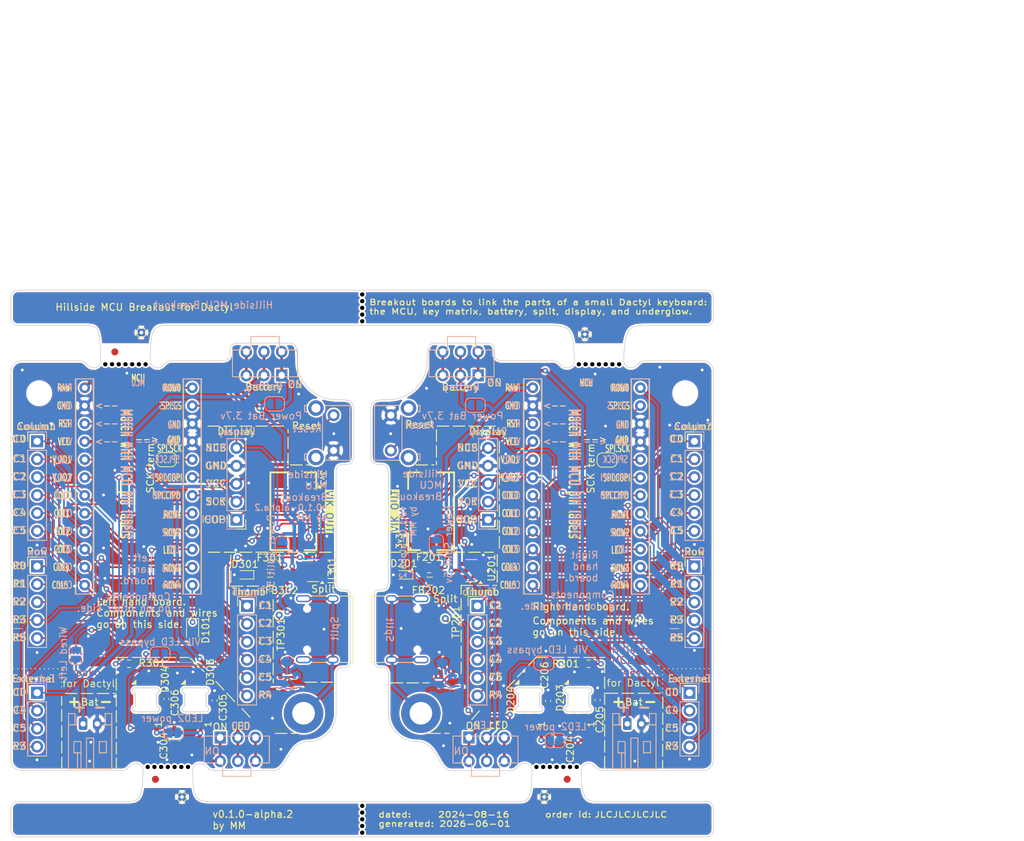
<source format=kicad_pcb>
(kicad_pcb (version 20240108) (generator "pcbnew") (generator_version "8.0")
  (title_block (title "Hillside MCU Breakout") (date "2024-08-16") (rev "0.1.0-alpha.2"))
  (layers (0 "F.Cu" signal) (1 "In1.Cu" power) (2 "In2.Cu" power) (31 "B.Cu" signal) (34 "B.Paste" user) (35 "F.Paste" user) (36 "B.SilkS" user "B.Silkscreen") (37 "F.SilkS" user "F.Silkscreen") (38 "B.Mask" user) (39 "F.Mask" user) (44 "Edge.Cuts" user))
  (net 0 "")
  (net 1 "/Right/LED")
  (net 2 "/Right/GND")
  (net 3 "/Right/VCC_LED1")
  (net 4 "/Right/VCC_LED2")
  (net 5 "/Right/LED_out")
  (net 6 "/Right/col4")
  (net 7 "/Right/col1")
  (net 8 "/Right/col5")
  (net 9 "/Right/col0")
  (net 10 "/Right/col2")
  (net 11 "/Right/col3")
  (net 12 "/Right/row5_VIK_GP_AD2")
  (net 13 "/Right/row0")
  (net 14 "/Right/row1")
  (net 15 "/Right/row3")
  (net 16 "/Right/row2")
  (net 17 "/Right/row4")
  (net 18 "/Right/bat+")
  (net 19 "/Right/SPLIT_VIK_GP_AD1")
  (net 20 "/Right/RAW")
  (net 21 "/Right/VCC")
  (net 22 "/Right/SPI0.SCK{slash}SDA")
  (net 23 "/Right/SPI0.SC")
  (net 24 "/Right/SPI0.COPI{slash}SCL")
  (net 25 "/Right/SPI0.CIPO")
  (net 26 "Net-(D101-A)")
  (net 27 "/Right/RST")
  (net 28 "Net-(D203-DOUT)")
  (net 29 "/Right/split_RAW")
  (net 34 "Net-(JP203-A)")
  (net 37 "Net-(D203-DIN)")
  (net 38 "/Right/RAW_BEADED")
  (net 39 "/Right/POWER_SPLIT")
  (net 40 "Net-(J202-D--PadA7)")
  (net 47 "/Left/RAW")
  (net 48 "/Left/VCC")
  (net 49 "/Left/VCC_LED1")
  (net 50 "/Left/VCC_LED2")
  (net 51 "/Left/RAW_BEADED")
  (net 52 "/Left/row4")
  (net 53 "Net-(D303-DIN)")
  (net 54 "Net-(D303-DOUT)")
  (net 55 "/Left/LED_out")
  (net 56 "/Left/POWER_SPLIT")
  (net 57 "/Left/bat+")
  (net 59 "/Left/split_RAW")
  (net 60 "/Left/SPLIT_VIK_GP_AD1")
  (net 62 "Net-(J302-D--PadA7)")
  (net 65 "/Left/col1")
  (net 66 "/Left/col3")
  (net 67 "/Left/col2")
  (net 68 "/Left/col5")
  (net 69 "/Left/col4")
  (net 70 "/Left/col0")
  (net 71 "/Left/row3")
  (net 72 "/Left/row0")
  (net 73 "/Left/row1")
  (net 74 "/Left/row5_VIK_GP_AD2")
  (net 75 "/Left/row2")
  (net 76 "/Left/SPI0.SC")
  (net 77 "/Left/SPI0.SCK{slash}SDA")
  (net 78 "/Left/SPI0.COPI{slash}SCL")
  (net 79 "/Left/SPI0.CIPO")
  (net 80 "Net-(JP303-A)")
  (net 81 "/Left/LED")
  (net 85 "/Left/RST")
  (net 91 "/Left/GND")
  (net 92 "/Right/POWER_BAT")
  (net 93 "/Left/POWER_BAT")
  (net 94 "/Right/SHIELD")
  (net 95 "/Left/SHIELD")
  (net 96 "/rail_UR")
  (net 97 "/rail_UL")
  (net 98 "/rail_LL")
  (net 99 "/rail_LR")
  (footprint "Capacitor_SMD:C_0402_1005Metric" (layer "F.Cu") (at 165.8 123.165 -90)
    (property "Reference" "C206")
    (property "Value" "1uF")
  )
  (footprint "Inductor_SMD:L_0805_2012Metric" (layer "F.Cu") (at 149.0625 106.2 180)
    (property "Reference" "FB202")
    (property "Value" "20mΩ 100Ω@100MHz")
  )
  (footprint "Dactyl_basics:SW_Tactile_SKHL_Angled" (layer "F.Cu") (at 144.8 85.2 -90)
    (property "Reference" "SW202")
    (property "Value" "Reset")
  )
  (footprint "MountingHole:MountingHole_3.2mm_M3_DIN965_Pad" (layer "F.Cu") (at 131.2 124.9)
    (property "Reference" "H302" (hide yes))
    (property "Value" "MountingHole")
  )
  (footprint "Fuse:Fuse_0805_2012Metric" (layer "F.Cu") (at 126.4 104.3)
    (property "Reference" "F301")
    (property "Value" "750mA 6V Polyfuse")
  )
  (footprint "Dactyl:PinHeader_External" (layer "F.Cu") (at 93.5 122)
    (property "Reference" "J305")
    (property "Value" "External")
  )
  (footprint "Dactyl_basics:Fiducial_1mm_Mask2mm" (layer "F.Cu") (at 104.5 73.75)
    (property "Reference" "FID101")
    (property "Value" "Fiducial" (hide yes))
  )
  (footprint "Resistor_SMD:R_0603_1608Metric" (layer "F.Cu") (at 171.525 117.9 180)
    (property "Reference" "R201")
    (property "Value" "300 Ohm")
  )
  (footprint "Dactyl:PinHeader_Rows" (layer "F.Cu") (at 186.5 104.125)
    (property "Reference" "J206")
    (property "Value" "Row")
  )
  (footprint "Dactyl_basics:SolderJumper-2_P1.3mm_Bridged_RoundedPad1.0x1.5mm" (layer "F.Cu") (at 174.125 89.05 180)
    (property "Reference" "JP203")
    (property "Value" "SCK term")
  )
  (footprint "Dactyl_basics:ToolingHole_1.152mm" (layer "F.Cu") (at 113.75 134.25)
    (property "Reference" "H102" (hide yes))
    (property "Value" "Tooling Hole")
  )
  (footprint "Dactyl:art_tree" (layer "F.Cu") (at 151.75 118.234167)
    (property "Reference" "REF**" (hide yes))
    (property "Value" "art_tree" (hide yes))
  )
  (footprint "Dactyl:art_house" (layer "F.Cu") (at 150.320679 119.1)
    (property "Reference" "REF**" (hide yes))
    (property "Value" "art_house" (hide yes))
  )
  (footprint "TestPoint:TestPoint_THTPad_D1.0mm_Drill0.5mm" (layer "F.Cu") (at 171 71.25)
    (property "Reference" "TP102" (hide yes))
    (property "Value" "TestPoint_Small")
  )
  (footprint "Dactyl:SK6812-MINI-E-Dog2_1S" (layer "F.Cu") (at 115.9 123 90)
    (property "Reference" "D303")
    (property "Value" "SK6812-MINI-E" (hide yes))
    (fp_line (start 1.7 -1.5) (end 1.7 1.5) (stroke (width 0.12)) (layer "Edge.Cuts"))
    (fp_line (start -0.9 -1.5) (end 0.9 -1.5) (stroke (width 0.12)) (layer "Edge.Cuts"))
    (fp_line (start 0.9 1.5) (end -0.9 1.5) (stroke (width 0.12)) (layer "Edge.Cuts"))
    (fp_line (start -1.7 1.5) (end -1.7 -1.5) (stroke (width 0.12)) (layer "Edge.Cuts"))
    (fp_arc (start 0.9 -1.5) (mid 1.3 -1.9) (end 1.7 -1.5) (stroke (width 0.12)) (layer "Edge.Cuts"))
    (fp_arc (start -1.7 -1.5) (mid -1.3 -1.9) (end -0.9 -1.5) (stroke (width 0.12)) (layer "Edge.Cuts"))
    (fp_arc (start 1.7 1.5) (mid 1.3 1.9) (end 0.9 1.5) (stroke (width 0.12)) (layer "Edge.Cuts"))
    (fp_arc (start -0.9 1.5) (mid -1.3 1.9) (end -1.7 1.5) (stroke (width 0.12)) (layer "Edge.Cuts"))
  )
  (footprint "Diode_SMD:D_SOD-523" (layer "F.Cu") (at 122.9 105.3 180)
    (property "Reference" "D301")
    (property "Value" "ESD5Z5V0")
  )
  (footprint "Dactyl:PinHeader_Display" (layer "F.Cu") (at 157.3 97.5 180)
    (property "Reference" "J207")
    (property "Value" "Display")
  )
  (footprint "MountingHole:MountingHole_3.2mm_M3_DIN965_Pad" (layer "F.Cu") (at 147.8 124.9)
    (property "Reference" "H202" (hide yes))
    (property "Value" "MountingHole")
  )
  (footprint "Fuse:Fuse_0805_2012Metric" (layer "F.Cu") (at 148.9625 104.3)
    (property "Reference" "F201")
    (property "Value" "750mA 6V Polyfuse")
  )
  (footprint "Dactyl:art_tree" (layer "F.Cu") (at 129.0364 118.4516)
    (property "Reference" "REF**" (hide yes))
    (property "Value" "art_tree" (hide yes))
  )
  (footprint "Dactyl_basics:ToolingHole_1.152mm" (layer "F.Cu") (at 165.5 134.25)
    (property "Reference" "H103" (hide yes))
    (property "Value" "Tooling Hole")
  )
  (footprint "Package_TO_SOT_SMD:SOT-23-6" (layer "F.Cu") (at 154.95 104.7 180)
    (property "Reference" "U201")
    (property "Value" "SRV05-4")
  )
  (footprint "TestPoint:TestPoint_THTPad_D1.0mm_Drill0.5mm" (layer "F.Cu") (at 165.25 136.75)
    (property "Reference" "TP104" (hide yes))
    (property "Value" "TestPoint_Small")
  )
  (footprint "Capacitor_SMD:C_0805_2012Metric" (layer "F.Cu") (at 112.918083 128.6 -90)
    (property "Reference" "C304")
    (property "Value" "22uF")
  )
  (footprint "Capacitor_SMD:C_0402_1005Metric" (layer "F.Cu") (at 118.6 123.1 -90)
    (property "Reference" "C305")
    (property "Value" "1uF")
  )
  (footprint "Resistor_SMD:R_0603_1608Metric" (layer "F.Cu") (at 106.5 117.9)
    (property "Reference" "R301")
    (property "Value" "300 Ohm")
  )
  (footprint "TestPoint:TestPoint_THTPad_D1.0mm_Drill0.5mm" (layer "F.Cu") (at 127.75 111)
    (property "Reference" "TP301")
    (property "Value" "TestPoint_Small")
  )
  (footprint "Dactyl:vik-keyboard-connector-horizontal" (layer "F.Cu") (at 130.8 96.3 -90)
    (property "Reference" "J308")
    (property "Value" "Vic")
  )
  (footprint "Dactyl:ProMicro_v2_1S" (layer "F.Cu") (at 171.2 93.3)
    (property "Reference" "U202")
    (property "Value" "Nice!Nano/2040")
  )
  (footprint "Inductor_SMD:L_0805_2012Metric" (layer "F.Cu") (at 126.5 106.2 180)
    (property "Reference" "FB302")
    (property "Value" "20mΩ 100Ω@100MHz")
  )
  (footprint "Dactyl:SW_SPDT_Battery" (layer "F.Cu") (at 125.6 75.4 180)
    (property "Reference" "SW301")
    (property "Value" "Battery")
  )
  (footprint "Dactyl:SK6812-MINI-E-Dog2_1S" (layer "F.Cu") (at 170.1 123 90)
    (property "Reference" "D203")
    (property "Value" "SK6812-MINI-E" (hide yes))
    (fp_line (start 1.7 -1.5) (end 1.7 1.5) (stroke (width 0.12)) (layer "Edge.Cuts"))
    (fp_line (start -0.9 -1.5) (end 0.9 -1.5) (stroke (width 0.12)) (layer "Edge.Cuts"))
    (fp_line (start 0.9 1.5) (end -0.9 1.5) (stroke (width 0.12)) (layer "Edge.Cuts"))
    (fp_line (start -1.7 1.5) (end -1.7 -1.5) (stroke (width 0.12)) (layer "Edge.Cuts"))
    (fp_arc (start 0.9 -1.5) (mid 1.3 -1.9) (end 1.7 -1.5) (stroke (width 0.12)) (layer "Edge.Cuts"))
    (fp_arc (start -1.7 -1.5) (mid -1.3 -1.9) (end -0.9 -1.5) (stroke (width 0.12)) (layer "Edge.Cuts"))
    (fp_arc (start 1.7 1.5) (mid 1.3 1.9) (end 0.9 1.5) (stroke (width 0.12)) (layer "Edge.Cuts"))
    (fp_arc (start -0.9 1.5) (mid -1.3 1.9) (end -1.7 1.5) (stroke (width 0.12)) (layer "Edge.Cuts"))
  )
  (footprint "Capacitor_SMD:C_0402_1005Metric" (layer "F.Cu") (at 172.8 123 -90)
    (property "Reference" "C205")
    (property "Value" "1uF")
  )
  (footprint "Dactyl_basics:Mouse_Bites_5mm" (layer "F.Cu") (at 139.5 139.91064 90)
    (property "Reference" "REF**" (hide yes))
    (property "Value" "Mouse_Bites_5mm" (hide yes))
  )
  (footprint "Dactyl_basics:MountingHole_3.2mm_M3_DIN965" (layer "F.Cu") (at 93.8 79.6)
    (property "Reference" "H301")
    (property "Value" "MountingHole" (hide yes))
  )
  (footprint "Dactyl:SW_SPDT_JS202011AQN_wider" (layer "F.Cu") (at 157.1 130)
    (property "Reference" "SW203")
    (property "Value" "LED" (hide yes))
  )
  (footprint "Dactyl:JST_PH_S2B-PH-K_1x02_P2.00mm_Horizontal" (layer "F.Cu") (at 177 126.4)
    (property "Reference" "J201")
    (property "Value" "JST" (hide yes))
  )
  (footprint "Dactyl:art_water_small" (layer "F.Cu") (at 152.725779 121.2)
    (property "Reference" "REF**" (hide yes))
    (property "Value" "art_water_small" (hide yes))
  )
  (footprint "Capacitor_SMD:C_0805_2012Metric" (layer "F.Cu") (at 167.425 128.6 -90)
    (property "Reference" "C204")
    (property "Value" "22uF")
  )
  (footprint "Dactyl:art_hill_small" (layer "F.Cu") (at 150.95 120.334167 180)
    (property "Reference" "REF**" (hide yes))
    (property "Value" "art_hill_small" (hide yes))
  )
  (footprint "Capacitor_SMD:C_0402_1005Metric" (layer "F.Cu") (at 111.8 122.9 -90)
    (property "Reference" "C306")
    (property "Value" "1uF")
  )
  (footprint "Dactyl:PinHeader_Display" (layer "F.Cu") (at 121.7 97.5 180)
    (property "Reference" "J307")
    (property "Value" "Display")
  )
  (footprint "Dactyl_basics:Mouse_Bites" (layer "F.Cu") (at 167 132.5 180)
    (property "Reference" "REF**" (hide yes))
    (property "Value" "Mouse_Bites" (hide yes))
  )
  (footprint "Dactyl:SW_SPDT_JS202011AQN_wider" (layer "F.Cu") (at 121.9 130)
    (property "Reference" "SW303")
    (property "Value" "LED" (hide yes))
  )
  (footprint "Package_TO_SOT_SMD:SOT-23-6" (layer "F.Cu") (at 132.54544 104.7 180)
    (property "Reference" "U301")
    (property "Value" "SRV05-4")
  )
  (footprint "Dactyl_basics:Fiducial_1mm_Mask2mm" (layer "F.Cu") (at 168.5 134.25)
    (property "Reference" "FID103")
    (property "Value" "Fiducial" (hide yes))
  )
  (footprint "Dactyl:SW_SPDT_Battery" (layer "F.Cu") (at 153.4 75.4 180)
    (property "Reference" "SW201")
    (property "Value" "Battery")
  )
  (footprint "Dactyl:ProMicro_v2_1S" (layer "F.Cu") (at 107.8 93.3)
    (property "Reference" "U302")
    (property "Value" "Nice!Nano/2040")
  )
  (footprint "Dactyl:art_hill_small" (layer "F.Cu") (at 128.5364 120.1516)
    (property "Reference" "REF**" (hide yes))
    (property "Value" "art_hill_small" (hide yes))
  )
  (footprint "Dactyl:PinHeader_Rows" (layer "F.Cu") (at 93.5 104.1)
    (property "Reference" "J306")
    (property "Value" "Row")
  )
  (footprint "Dactyl_basics:USB_C_Receptacle_HRO_TYPE-C-31-M-12" (layer "F.Cu") (at 134.3 113 90)
    (property "Reference" "J302")
    (property "Value" "Split")
  )
  (footprint "Dactyl_basics:USB_C_Receptacle_HRO_TYPE-C-31-M-12" (layer "F.Cu") (at 144.7 113.00742 -90)
    (property "Reference" "J202")
    (property "Value" "Split")
  )
  (footprint "Dactyl:PinHeader_External" (layer "F.Cu") (at 185.8 122)
    (property "Reference" "J205")
    (property "Value" "External")
  )
  (footprint "Diode_SMD:D_SOD-523" (layer "F.Cu") (at 145.408132 105.3 180)
    (property "Reference" "D201")
    (property "Value" "ESD5Z5V0")
  )
  (footprint "TestPoint:TestPoint_THTPad_D1.0mm_Drill0.5mm" (layer "F.Cu") (at 108.25 71)
    (property "Reference" "TP101" (hide yes))
    (property "Value" "TestPoint_Small")
  )
  (footprint "Dactyl:art_water_small" (layer "F.Cu") (at 130 121.4)
    (property "Reference" "REF**" (hide yes))
    (property "Value" "art_water_small" (hide yes))
  )
  (footprint "TestPoint:TestPoint_THTPad_D1.0mm_Drill0.5mm" (layer "F.Cu") (at 114 136.75)
    (property "Reference" "TP103" (hide yes))
    (property "Value" "TestPoint_Small")
  )
  (footprint "Dactyl:PinHeader_Columns" (layer "F.Cu") (at 186.5 86.4)
    (property "Reference" "J203")
    (property "Value" "Column")
  )
  (footprint "TestPoint:TestPoint_THTPad_D1.0mm_Drill0.5mm" (layer "F.Cu") (at 151.25 111.5)
    (property "Reference" "TP201")
    (property "Value" "TestPoint_Small")
  )
  (footprint "Dactyl_basics:Fiducial_1mm_Mask2mm" (layer "F.Cu") (at 110.25 134.25)
    (property "Reference" "FID102")
    (property "Value" "Fiducial" (hide yes))
  )
  (footprint "Dactyl_basics:SW_Tactile_SKHL_Angled" (layer "F.Cu") (at 134.2 85.2 90)
    (property "Reference" "SW302")
    (property "Value" "Reset")
  )
  (footprint "Dactyl:PinHeader_Columns" (layer "F.Cu") (at 93.5 86.4)
    (property "Reference" "J303")
    (property "Value" "Column")
  )
  (footprint "Dactyl_basics:Mouse_Bites_5mm" (layer "F.Cu") (at 139.5 67.51064 90)
    (property "Reference" "REF**" (hide yes))
    (property "Value" "Mouse_Bites_5mm" (hide yes))
  )
  (footprint "Dactyl:art_name" (layer "F.Cu") (at 100.55 117.7)
    (property "Reference" "REF**" (hide yes))
    (property "Value" "art_name" (hide yes))
  )
  (footprint "Dactyl_basics:Mouse_Bites" (layer "F.Cu") (at 112 132.5 180)
    (property "Reference" "REF**" (hide yes))
    (property "Value" "Mouse_Bites" (hide yes))
  )
  (footprint "Dactyl_basics:SolderJumper-2_P1.3mm_Bridged_RoundedPad1.0x1.5mm" (layer "F.Cu") (at 111.8 89 180)
    (property "Reference" "JP303")
    (property "Value" "SCK term")
  )
  (footprint "Dactyl:SK6812-MINI-E-Dog2_1S" (layer "F.Cu") (at 108.9 123 90)
    (property "Reference" "D304")
    (property "Value" "SK6812-MINI-E" (hide yes))
    (fp_line (start 1.7 -1.5) (end 1.7 1.5) (stroke (width 0.12)) (layer "Edge.Cuts"))
    (fp_line (start -0.9 -1.5) (end 0.9 -1.5) (stroke (width 0.12)) (layer "Edge.Cuts"))
    (fp_line (start 0.9 1.5) (end -0.9 1.5) (stroke (width 0.12)) (layer "Edge.Cuts"))
    (fp_line (start -1.7 1.5) (end -1.7 -1.5) (stroke (width 0.12)) (layer "Edge.Cuts"))
    (fp_arc (start 0.9 -1.5) (mid 1.3 -1.9) (end 1.7 -1.5) (stroke (width 0.12)) (layer "Edge.Cuts"))
    (fp_arc (start -1.7 -1.5) (mid -1.3 -1.9) (end -0.9 -1.5) (stroke (width 0.12)) (layer "Edge.Cuts"))
    (fp_arc (start 1.7 1.5) (mid 1.3 1.9) (end 0.9 1.5) (stroke (width 0.12)) (layer "Edge.Cuts"))
    (fp_arc (start -0.9 1.5) (mid -1.3 1.9) (end -1.7 1.5) (stroke (width 0.12)) (layer "Edge.Cuts"))
  )
  (footprint "Dactyl:art_house" (layer "F.Cu") (at 127.5682 119.3008)
    (property "Reference" "REF**" (hide yes))
    (property "Value" "art_house" (hide yes))
  )
  (footprint "Dactyl_basics:ToolingHole_1.152mm" (layer "F.Cu") (at 107.75 73.75)
    (property "Reference" "H101" (hide yes))
    (property "Value" "Tooling Hole")
  )
  (footprint "Dactyl:art_name" (layer "F.Cu") (at 177.95 117.5)
    (property "Reference" "REF**" (hide yes))
    (property "Value" "art_name" (hide yes))
  )
  (footprint "Dactyl_basics:MountingHole_3.2mm_M3_DIN965" (layer "F.Cu") (at 185.2 79.6)
    (property "Reference" "H201")
    (property "Value" "MountingHole" (hide yes))
  )
  (footprint "Dactyl_basics:Mouse_Bites" (layer "F.Cu") (at 106 75.5)
    (property "Reference" "REF**" (hide yes))
    (property "Value" "Mouse_Bites" (hide yes))
  )
  (footprint "Dactyl:PinHeader_Thumbs" (layer "F.Cu") (at 155.8 109.7)
    (property "Reference" "J204")
    (property "Value" "Thumb")
  )
  (footprint "Dactyl:PinHeader_Thumbs" (layer "F.Cu") (at 123.2 109.7)
    (property "Reference" "J304")
    (property "Value" "Thumb")
  )
  (footprint "Dactyl_basics:Mouse_Bites" (layer "F.Cu") (at 173 75.5)
    (property "Reference" "REF**" (hide yes))
    (property "Value" "Mouse_Bites" (hide yes))
  )
  (footprint "Diode_SMD:D_SOD-323" (layer "F.Cu") (at 115.5 113.1 -90)
    (property "Reference" "D101")
    (property "Value" "D_Small")
  )
  (footprint "Dactyl:SK6812-MINI-E-Dog2_1S" (layer "F.Cu") (at 163.1 123 90)
    (property "Reference" "D204")
    (property "Value" "SK6812-MINI-E" (hide yes))
    (fp_line (start 1.7 -1.5) (end 1.7 1.5) (stroke (width 0.12)) (layer "Edge.Cuts"))
    (fp_line (start -0.9 -1.5) (end 0.9 -1.5) (stroke (width 0.12)) (layer "Edge.Cuts"))
    (fp_line (start 0.9 1.5) (end -0.9 1.5) (stroke (width 0.12)) (layer "Edge.Cuts"))
    (fp_line (start -1.7 1.5) (end -1.7 -1.5) (stroke (width 0.12)) (layer "Edge.Cuts"))
    (fp_arc (start 0.9 -1.5) (mid 1.3 -1.9) (end 1.7 -1.5) (stroke (width 0.12)) (layer "Edge.Cuts"))
    (fp_arc (start -1.7 -1.5) (mid -1.3 -1.9) (end -0.9 -1.5) (stroke (width 0.12)) (layer "Edge.Cuts"))
    (fp_arc (start 1.7 1.5) (mid 1.3 1.9) (end 0.9 1.5) (stroke (width 0.12)) (layer "Edge.Cuts"))
    (fp_arc (start -0.9 1.5) (mid -1.3 1.9) (end -1.7 1.5) (stroke (width 0.12)) (layer "Edge.Cuts"))
  )
  (footprint "Dactyl:vik-keyboard-connector-horizontal" (layer "F.Cu") (at 148.2 96.3 90)
    (property "Reference" "J208")
    (property "Value" "Vic")
  )
  (footprint "Dactyl:JST_PH_S2B-PH-K_1x02_P2.00mm_Horizontal" (layer "F.Cu") (at 100 126.4)
    (property "Reference" "J301")
    (property "Value" "JST" (hide yes))
  )
  (footprint "Dactyl:art_house" (layer "B.Cu") (at 152.2818 119.4484 180)
    (property "Reference" "REF**" (hide yes))
    (property "Value" "art_house" (hide yes))
  )
  (footprint "Dactyl:art_hill_small" (layer "B.Cu") (at 151.25 120.2976 180)
    (property "Reference" "REF**" (hide yes))
    (property "Value" "art_hill_small" (hide yes))
  )
  (footprint "Dactyl:art_tree" (layer "B.Cu") (at 150.75 118.5976 180)
    (property "Reference" "REF**" (hide yes))
    (property "Value" "art_tree" (hide yes))
  )
  (footprint "Dactyl:art_tree" (layer "B.Cu") (at 128.75 118.484167 180)
    (property "Reference" "REF**" (hide yes))
    (property "Value" "art_tree" (hide yes))
  )
  (footprint "Dactyl_basics:SolderJumper-2_P1.3mm_Open_RoundedPad1.0x1.5mm" (layer "B.Cu") (at 165.2 117.8 180)
    (property "Reference" "JP204")
    (property "Value" "Vik LED bypass")
  )
  (footprint "Dactyl_basics:SolderJumper-2_P1.3mm_Open_RoundedPad1.0x1.5mm" (layer "B.Cu") (at 99 116.6 90)
    (property "Reference" "JP101")
    (property "Value" "Wired Left")
  )
  (footprint "Dactyl_basics:SolderJumper-2_P1.3mm_Open_RoundedPad1.0x1.5mm" (layer "B.Cu") (at 110.9 116.5)
    (property "Reference" "JP304")
    (property "Value" "Vik LED bypass")
  )
  (footprint "Dactyl:art_house" (layer "B.Cu") (at 130.2818 119.3008 180)
    (property "Reference" "REF**" (hide yes))
    (property "Value" "art_house" (hide yes))
  )
  (footprint "Dactyl:art_water_small" (layer "B.Cu") (at 149.949221 121.6 180)
    (property "Reference" "REF**" (hide yes))
    (property "Value" "art_water_small" (hide yes))
  )
  (footprint "Dactyl_basics:SolderJumper-2_P1.3mm_Open_RoundedPad1.0x1.5mm" (layer "B.Cu") (at 128.2 101.25 90)
    (property "Reference" "JP302")
    (property "Value" "Power Split 5v")
  )
  (footprint "Dactyl_basics:SolderJumper-2_P1.3mm_Bridged_RoundedPad1.0x1.5mm" (layer "B.Cu") (at 166.8 128.75 180)
    (property "Reference" "JP205")
    (property "Value" "LED2 power")
  )
  (footprint "Dactyl_basics:SolderJumper-2_P1.3mm_Open_RoundedPad1.0x1.5mm" (layer "B.Cu") (at 127.1 81.1 180)
    (property "Reference" "JP301")
    (property "Value" "Power Bat 3.7v")
  )
  (footprint "Dactyl_basics:SolderJumper-2_P1.3mm_Open_RoundedPad1.0x1.5mm" (layer "B.Cu") (at 155.5 81.3)
    (property "Reference" "JP201")
    (property "Value" "Power Bat 3.7v")
  )
  (footprint "Dactyl_basics:SolderJumper-2_P1.3mm_Bridged_RoundedPad1.0x1.5mm" (layer "B.Cu") (at 112.8 127.65 180)
    (property "Reference" "JP305")
    (property "Value" "LED2 power")
  )
  (footprint "Dactyl:art_hill_small" (layer "B.Cu") (at 129.25 120.15 180)
    (property "Reference" "REF**" (hide yes))
    (property "Value" "art_hill_small" (hide yes))
  )
  (footprint "Dactyl_basics:SolderJumper-2_P1.3mm_Open_RoundedPad1.0x1.5mm" (layer "B.Cu") (at 150 101 90)
    (property "Reference" "JP202")
    (property "Value" "Power Split 5v")
  )
  (footprint "Dactyl:art_water_small" (layer "B.Cu") (at 127.899221 121.425 180)
    (property "Reference" "REF**" (hide yes))
    (property "Value" "art_water_small" (hide yes))
  )
  (gr_line (start 143.575 120.6) (end 149 120.6) (stroke (width 0.15) (type dash)) (layer "F.SilkS"))
  (gr_line (start 117.7 102.1) (end 135.7 102.1) (stroke (width 0.15) (type dash)) (layer "F.SilkS"))
  (gr_line (start 159.925 121.4) (end 164.1 117) (stroke (width 0.15) (type dash)) (layer "F.SilkS"))
  (gr_line (start 182.03 122.58) (end 182 132.775) (stroke (width 0.15) (type dash)) (layer "F.SilkS"))
  (gr_line (start 150 84.75) (end 150 89.7) (stroke (width 0.15) (type dash)) (layer "F.SilkS"))
  (gr_line (start 115.125 117.05) (end 117.1 119) (stroke (width 0.15) (type dash)) (layer "F.SilkS"))
  (gr_line (start 104.7 117) (end 114.9 117) (stroke (width 0.15) (type dash)) (layer "F.SilkS"))
  (gr_line (start 104.7 132.925) (end 104.7 117) (stroke (width 0.15) (type dash)) (layer "F.SilkS"))
  (gr_line (start 120.95 106.9) (end 125.65 106.9) (stroke (width 0.15) (type dash)) (layer "F.SilkS"))
  (gr_line (start 97.5 122.1) (end 104.65 122.1) (stroke (width 0.15) (type dash)) (layer "F.SilkS"))
  (gr_line (start 129.35 89.75) (end 132.1 89.75) (stroke (width 0.15) (type dash)) (layer "F.SilkS"))
  (gr_line (start 122.5 124.25) (end 123.7 125.55) (stroke (width 0.15) (type dash)) (layer "F.SilkS"))
  (gr_line (start 150.1 84.25) (end 158.3375 84.25) (stroke (width 0.15) (type dash)) (layer "F.SilkS"))
  (gr_line (start 182.00375 122) (end 181.99625 118.6) (stroke (width 0.15) (type dot)) (layer "F.SilkS"))
  (gr_line (start 155 125.8) (end 156.3 124.3) (stroke (width 0.15) (type dash)) (layer "F.SilkS"))
  (gr_line (start 164.1 117) (end 173.8 117) (stroke (width 0.15) (type dash)) (layer "F.SilkS"))
  (gr_line (start 158.9 86.4) (end 158.9 101.6) (stroke (width 0.15) (type dash)) (layer "F.SilkS"))
  (gr_line (start 173.8 117.5) (end 173.8 132.925) (stroke (width 0.15) (type dash)) (layer "F.SilkS"))
  (gr_line (start 90.1 118.6) (end 96.8 118.6) (stroke (width 0.15) (type dot)) (layer "F.SilkS"))
  (gr_line (start 143.3 102.1) (end 158.06875 102.1) (stroke (width 0.15) (type dash)) (layer "F.SilkS"))
  (gr_line (start 147.1 89.75) (end 149.65 89.75) (stroke (width 0.15) (type dash)) (layer "F.SilkS"))
  (gr_line (start 174.005 122.07) (end 181.715 122.07) (stroke (width 0.15) (type dash)) (layer "F.SilkS"))
  (gr_line (start 131.4 120.5) (end 135.65 120.5) (stroke (width 0.15) (type dash)) (layer "F.SilkS"))
  (gr_line (start 127.2 127.75) (end 130.1 127.75) (stroke (width 0.15) (type dash)) (layer "F.SilkS"))
  (gr_line (start 97 132.775) (end 96.97 122.58) (stroke (width 0.15) (type dash)) (layer "F.SilkS"))
  (gr_line (start 118.8 120.4) (end 121.5 123.3) (stroke (width 0.15) (type dash)) (layer "F.SilkS"))
  (gr_line (start 148.9 127.75) (end 151.8 127.75) (stroke (width 0.15) (type dash)) (layer "F.SilkS"))
  (gr_line (start 97.00375 118.6) (end 96.99625 121.6) (stroke (width 0.15) (type dot)) (layer "F.SilkS"))
  (gr_line (start 158.6 102.45) (end 158.6 106.75) (stroke (width 0.15) (type dash)) (layer "F.SilkS"))
  (gr_line (start 153.5 119.3) (end 153.491868 106.8) (stroke (width 0.15) (type dash)) (layer "F.SilkS"))
  (gr_line (start 153.491868 106.8) (end 158.541868 106.8) (stroke (width 0.15) (type dash)) (layer "F.SilkS"))
  (gr_line (start 117.7 84.25) (end 128.9 84.25) (stroke (width 0.15) (type dash)) (layer "F.SilkS"))
  (gr_line (start 126.9 108.8) (end 126.9 120.6) (stroke (width 0.15) (type dash)) (layer "F.SilkS"))
  (gr_line (start 120.9 106.4) (end 120.9 102.1) (stroke (width 0.15) (type dash)) (layer "F.SilkS"))
  (gr_line (start 129 89.7) (end 129 84.75) (stroke (width 0.15) (type dash)) (layer "F.SilkS"))
  (gr_line (start 182.2 118.6) (end 188.9 118.6) (stroke (width 0.15) (type dot)) (layer "F.SilkS"))
  (gr_line (start 143.2 90.8) (end 143.2 106.40742) (stroke (width 0.1)) (layer "Edge.Cuts"))
  (gr_line (start 89.8 76.5) (end 89.8 131.5) (stroke (width 0.1)) (layer "Edge.Cuts"))
  (gr_line (start 90.8 142.4) (end 188.2 142.4) (stroke (width 0.1)) (layer "Edge.Cuts"))
  (gr_arc (start 135.8 80.5) (mid 131.910913 78.889087) (end 130.3 75) (stroke (width 0.1)) (layer "Edge.Cuts"))
  (gr_line (start 90.8 70) (end 100.2 70) (stroke (width 0.1)) (layer "Edge.Cuts"))
  (gr_line (start 179.8 70) (end 188.2 70) (stroke (width 0.1)) (layer "Edge.Cuts"))
  (gr_curve (pts (xy 141.2 108.40742) (xy 141.2 106.480313) (xy 143 108.40742) (xy 143.2 106.40742)) (stroke (width 0.1)) (layer "Edge.Cuts"))
  (gr_curve (pts (xy 162.5 132) (xy 161.5 132) (xy 161.5 133) (xy 160.5 133)) (stroke (width 0.1)) (layer "Edge.Cuts"))
  (gr_curve (pts (xy 130.3 75) (xy 130.3 73.6) (xy 130.3 72.5) (xy 129.3 72.5)) (stroke (width 0.1)) (layer "Edge.Cuts"))
  (gr_line (start 160.5 133) (end 152.2 133) (stroke (width 0.1)) (layer "Edge.Cuts"))
  (gr_curve (pts (xy 163.5 133) (xy 163.5 136.91064) (xy 163.1 137.41064) (xy 161.6 137.4)) (stroke (width 0.1)) (layer "Edge.Cuts"))
  (gr_arc (start 89.8 76.5) (mid 90.23934 75.43934) (end 91.3 75) (stroke (width 0.1)) (layer "Edge.Cuts"))
  (gr_curve (pts (xy 115.5 133) (xy 115.5 137.31064) (xy 116.1 137.41064) (xy 118.5 137.4)) (stroke (width 0.1)) (layer "Edge.Cuts"))
  (gr_line (start 135.8 106.4) (end 135.8 90.8) (stroke (width 0.1)) (layer "Edge.Cuts"))
  (gr_arc (start 147.2 128.9) (mid 144.371573 127.728427) (end 143.2 124.9) (stroke (width 0.1)) (layer "Edge.Cuts"))
  (gr_curve (pts (xy 99.5 75) (xy 100.5 75) (xy 100.5 76) (xy 101.5 76)) (stroke (width 0.1)) (layer "Edge.Cuts"))
  (gr_curve (pts (xy 137.8 108.4) (xy 137.8 106.472893) (xy 136 108.4) (xy 135.8 106.4)) (stroke (width 0.1)) (layer "Edge.Cuts"))
  (gr_line (start 111.7 70) (end 165.8 70) (stroke (width 0.1)) (layer "Edge.Cuts"))
  (gr_line (start 140.7 82) (end 140.7 88.5) (stroke (width 0.1)) (layer "Edge.Cuts"))
  (gr_line (start 149.7 72.5) (end 157.2 72.5) (stroke (width 0.1)) (layer "Edge.Cuts"))
  (gr_curve (pts (xy 171.5 132) (xy 172.5 132) (xy 172.5 133) (xy 173.5 133)) (stroke (width 0.1)) (layer "Edge.Cuts"))
  (gr_line (start 189.2 138.4) (end 189.2 141.4) (stroke (width 0.1)) (layer "Edge.Cuts"))
  (gr_arc (start 89.8 66) (mid 90.092893 65.292893) (end 90.8 65) (stroke (width 0.1)) (layer "Edge.Cuts"))
  (gr_line (start 137.8 108.4) (end 137.8 117.4) (stroke (width 0.1)) (layer "Edge.Cuts"))
  (gr_line (start 189.2 131.5) (end 189.2 76.5) (stroke (width 0.1)) (layer "Edge.Cuts"))
  (gr_curve (pts (xy 112.5 75) (xy 111.5 75) (xy 111.5 76) (xy 110.5 76)) (stroke (width 0.1)) (layer "Edge.Cuts"))
  (gr_line (start 126.8 133) (end 118.5 133) (stroke (width 0.1)) (layer "Edge.Cuts"))
  (gr_arc (start 189.2 141.4) (mid 188.907077 142.107077) (end 188.2 142.4) (stroke (width 0.1)) (layer "Edge.Cuts"))
  (gr_line (start 159.2 75) (end 166.5 75) (stroke (width 0.1)) (layer "Edge.Cuts"))
  (gr_curve (pts (xy 169.5 75) (xy 169.5 70.11064) (xy 168.6 70) (xy 165.8 70)) (stroke (width 0.1)) (layer "Edge.Cuts"))
  (gr_curve (pts (xy 141.2 117.40742) (xy 141.2 119.40742) (xy 143.1 117.40742) (xy 143.2 119.40742)) (stroke (width 0.1)) (layer "Edge.Cuts"))
  (gr_line (start 172.8 137.4) (end 188.2 137.4) (stroke (width 0.1)) (layer "Edge.Cuts"))
  (gr_curve (pts (xy 152.2 133) (xy 150.1 133.1) (xy 150.35 128.9) (xy 147.2 128.9)) (stroke (width 0.1)) (layer "Edge.Cuts"))
  (gr_line (start 187.7 133) (end 173.5 133) (stroke (width 0.1)) (layer "Edge.Cuts"))
  (gr_arc (start 115.5 133) (mid 115.792893 132.292893) (end 116.5 132) (stroke (width 0.1)) (layer "Edge.Cuts"))
  (gr_line (start 135.8 119.4) (end 135.8 124.9) (stroke (width 0.1)) (layer "Edge.Cuts"))
  (gr_arc (start 187.7 75) (mid 188.76066 75.43934) (end 189.2 76.5) (stroke (width 0.1)) (layer "Edge.Cuts"))
  (gr_arc (start 91.3 133) (mid 90.23934 132.56066) (end 89.8 131.5) (stroke (width 0.1)) (layer "Edge.Cuts"))
  (gr_arc (start 189.2 131.5) (mid 188.76066 132.56066) (end 187.7 133) (stroke (width 0.1)) (layer "Edge.Cuts"))
  (gr_curve (pts (xy 148.7 75) (xy 148.7 73.6) (xy 148.7 72.5) (xy 149.7 72.5)) (stroke (width 0.1)) (layer "Edge.Cuts"))
  (gr_arc (start 170.5 133) (mid 170.792893 132.292893) (end 171.5 132) (stroke (width 0.1)) (layer "Edge.Cuts"))
  (gr_arc (start 188.2 65) (mid 188.907107 65.292893) (end 189.2 66) (stroke (width 0.1)) (layer "Edge.Cuts"))
  (gr_line (start 138.3 88.5) (end 138.3 82) (stroke (width 0.1)) (layer "Edge.Cuts"))
  (gr_curve (pts (xy 108.5 133) (xy 108.4 137.41064) (xy 108 137.41064) (xy 105.5 137.4)) (stroke (width 0.1)) (layer "Edge.Cuts"))
  (gr_arc (start 135.8 124.9) (mid 134.628427 127.728427) (end 131.8 128.9) (stroke (width 0.1)) (layer "Edge.Cuts"))
  (gr_line (start 118.5 137.4) (end 161.6 137.4) (stroke (width 0.1)) (layer "Edge.Cuts"))
  (gr_arc (start 169.5 75) (mid 169.207107 75.707107) (end 168.5 76) (stroke (width 0.1)) (layer "Edge.Cuts"))
  (gr_line (start 189.2 66) (end 189.2 69) (stroke (width 0.1)) (layer "Edge.Cuts"))
  (gr_arc (start 107.5 132) (mid 108.207107 132.292893) (end 108.5 133) (stroke (width 0.1)) (layer "Edge.Cuts"))
  (gr_curve (pts (xy 137.8 117.4) (xy 137.8 119.4) (xy 135.9 117.4) (xy 135.8 119.4)) (stroke (width 0.1)) (layer "Edge.Cuts"))
  (gr_curve (pts (xy 116.5 132) (xy 117.5 132) (xy 117.5 133) (xy 118.5 133)) (stroke (width 0.1)) (layer "Edge.Cuts"))
  (gr_line (start 89.8 138.4) (end 89.8 141.4) (stroke (width 0.1)) (layer "Edge.Cuts"))
  (gr_arc (start 148.7 75) (mid 147.089087 78.889087) (end 143.2 80.5) (stroke (width 0.1)) (layer "Edge.Cuts"))
  (gr_arc (start 102.5 75) (mid 102.207107 75.707107) (end 101.5 76) (stroke (width 0.1)) (layer "Edge.Cuts"))
  (gr_curve (pts (xy 135.8 90.8) (xy 135.8 88.6) (xy 138.2 90.8) (xy 138.3 88.5)) (stroke (width 0.1)) (layer "Edge.Cuts"))
  (gr_curve (pts (xy 126.8 133) (xy 128.9 133.1) (xy 129 128.95) (xy 131.8 128.9)) (stroke (width 0.1)) (layer "Edge.Cuts"))
  (gr_line (start 143.2 124.9) (end 143.2 119.40742) (stroke (width 0.1)) (layer "Edge.Cuts"))
  (gr_line (start 112.5 75) (end 119.8 75) (stroke (width 0.1)) (layer "Edge.Cuts"))
  (gr_line (start 90.8 137.4) (end 105.5 137.4) (stroke (width 0.1)) (layer "Edge.Cuts"))
  (gr_curve (pts (xy 107.5 132) (xy 106.5 132) (xy 106.5 133) (xy 105.5 133)) (stroke (width 0.1)) (layer "Edge.Cuts"))
  (gr_arc (start 90.8 142.4) (mid 90.092893 142.107107) (end 89.8 141.4) (stroke (width 0.1)) (layer "Edge.Cuts"))
  (gr_curve (pts (xy 170.5 133) (xy 170.5 137.01064) (xy 171.1 137.41064) (xy 172.8 137.4)) (stroke (width 0.1)) (layer "Edge.Cuts"))
  (gr_curve (pts (xy 119.8 75) (xy 121.8 74.8) (xy 119.8 72.6) (xy 121.8 72.5)) (stroke (width 0.1)) (layer "Edge.Cuts"))
  (gr_arc (start 188.2 137.4) (mid 188.907107 137.692893) (end 189.2 138.4) (stroke (width 0.1)) (layer "Edge.Cuts"))
  (gr_line (start 121.8 72.5) (end 129.3 72.5) (stroke (width 0.1)) (layer "Edge.Cuts"))
  (gr_arc (start 189.2 69) (mid 188.907107 69.707107) (end 188.2 70) (stroke (width 0.1)) (layer "Edge.Cuts"))
  (gr_curve (pts (xy 140.7 82) (xy 140.718019 80.5) (xy 141.6 80.5) (xy 143.2 80.5)) (stroke (width 0.1)) (layer "Edge.Cuts"))
  (gr_curve (pts (xy 138.3 82) (xy 138.281981 80.5) (xy 137.4 80.5) (xy 135.8 80.5)) (stroke (width 0.1)) (layer "Edge.Cuts"))
  (gr_curve (pts (xy 179.5 75) (xy 178.5 75) (xy 178.5 76) (xy 177.5 76)) (stroke (width 0.1)) (layer "Edge.Cuts"))
  (gr_curve (pts (xy 176.5 75) (xy 176.6 70.01064) (xy 177.4 70) (xy 179.8 70)) (stroke (width 0.1)) (layer "Edge.Cuts"))
  (gr_curve (pts (xy 102.5 75) (xy 102.4 70.01064) (xy 102.1 70) (xy 100.2 70)) (stroke (width 0.1)) (layer "Edge.Cuts"))
  (gr_line (start 141.2 117.40742) (end 141.2 108.40742) (stroke (width 0.1)) (layer "Edge.Cuts"))
  (gr_arc (start 162.5 132) (mid 163.207107 132.292893) (end 163.5 133) (stroke (width 0.1)) (layer "Edge.Cuts"))
  (gr_arc (start 89.8 138.4) (mid 90.092893 137.692893) (end 90.8 137.4) (stroke (width 0.1)) (layer "Edge.Cuts"))
  (gr_line (start 91.3 75) (end 99.5 75) (stroke (width 0.1)) (layer "Edge.Cuts"))
  (gr_curve (pts (xy 109.5 75) (xy 109.5 70.11064) (xy 110.2 70.01064) (xy 111.7 70)) (stroke (width 0.1)) (layer "Edge.Cuts"))
  (gr_line (start 105.5 133) (end 91.3 133) (stroke (width 0.1)) (layer "Edge.Cuts"))
  (gr_curve (pts (xy 166.5 75) (xy 167.5 75) (xy 167.5 76) (xy 168.5 76)) (stroke (width 0.1)) (layer "Edge.Cuts"))
  (gr_line (start 188.2 65) (end 90.8 65) (stroke (width 0.1)) (layer "Edge.Cuts"))
  (gr_arc (start 90.8 70) (mid 90.092893 69.707107) (end 89.8 69) (stroke (width 0.1)) (layer "Edge.Cuts"))
  (gr_line (start 179.5 75) (end 187.7 75) (stroke (width 0.1)) (layer "Edge.Cuts"))
  (gr_arc (start 177.5 76) (mid 176.792893 75.707107) (end 176.5 75) (stroke (width 0.1)) (layer "Edge.Cuts"))
  (gr_line (start 89.8 66) (end 89.8 69) (stroke (width 0.1)) (layer "Edge.Cuts"))
  (gr_arc (start 110.5 76) (mid 109.792893 75.707107) (end 109.5 75) (stroke (width 0.1)) (layer "Edge.Cuts"))
  (gr_curve (pts (xy 143.2 90.8) (xy 143.2 88.6) (xy 140.8 90.8) (xy 140.7 88.5)) (stroke (width 0.1)) (layer "Edge.Cuts"))
  (gr_curve (pts (xy 159.2 75) (xy 157.2 74.8) (xy 159.2 72.6) (xy 157.2 72.5)) (stroke (width 0.1)) (layer "Edge.Cuts"))
  (gr_text "Hillside\nMCU\nBreakout" (at 134.7 92.7 0) (layer "B.SilkS") (effects (font (size 1 1) (thickness 0.153)) (justify left mirror)))
  (gr_text "Left \nhand\nboard." (at 110 106.7 0) (layer "B.SilkS") (effects (font (size 1 1)) (justify left bottom mirror)))
  (gr_text "${TITLE}" (at 127 67.7 -0) (layer "B.SilkS") (effects (font (size 1 1)) (justify left bottom mirror)))
  (gr_text "Components\ngo on other side." (at 175.3 110.3 0) (layer "B.SilkS") (effects (font (size 1 1)) (justify left bottom mirror)))
  (gr_text "v${REVISION}\nby MM" (at 146 95.5 90) (layer "B.SilkS") (effects (font (size 0.9 0.9) (thickness 0.153)) (justify left mirror)))
  (gr_text "Hillside\nMCU\nBreakout" (at 150.9 92.6 0) (layer "B.SilkS") (effects (font (size 1 1) (thickness 0.153)) (justify left mirror)))
  (gr_text "Right \nhand\nboard." (at 173 106.3 0) (layer "B.SilkS") (effects (font (size 1 1)) (justify left bottom mirror)))
  (gr_text "Components\ngo on other side." (at 112.5 110.6 0) (layer "B.SilkS") (effects (font (size 1 1)) (justify left bottom mirror)))
  (gr_text "v${REVISION}\nby MM" (at 134.6 96.5 0) (layer "B.SilkS") (effects (font (size 0.9 0.9) (thickness 0.153)) (justify left mirror)))
  (gr_text "Breakout boards to link the parts of a small Dactyl keyboard:\nthe MCU, key matrix, battery, split, display, and underglow." (at 140.4 68.5 0) (layer "F.SilkS") (effects (font (size 0.81 1)) (justify left bottom)))
  (gr_text "JLCJLCJLCJLC" (at 172.275 139.725 0) (layer "F.SilkS") (effects (font (size 0.81 1)) (justify left bottom)))
  (gr_text "order id:" (at 165.275 139.725 0) (layer "F.SilkS") (effects (font (size 0.81 1)) (justify left bottom)))
  (gr_text "Components and wires\ngo on this side." (at 101.8 112.9 0) (layer "F.SilkS") (effects (font (size 1 1)) (justify left bottom)))
  (gr_text "Right hand board." (at 163.5 110.4 0) (layer "F.SilkS") (effects (font (size 1 1)) (justify left bottom)))
  (gr_text "v${REVISION}\nby MM" (at 118.225 139.999807 0) (layer "F.SilkS") (effects (font (size 1 1)) (justify left)))
  (gr_text "Left hand board." (at 101.8 109.7 0) (layer "F.SilkS") (effects (font (size 1 1)) (justify left bottom)))
  (gr_text "for Dactyl" (at 97 120.7 0) (layer "F.SilkS") (effects (font (size 1 1) (thickness 0.125)) (justify left)))
  (gr_text "Components and wires \ngo on this side." (at 163.5 114 0) (layer "F.SilkS") (effects (font (size 1 1)) (justify left bottom)))
  (gr_text "for Dactyl" (at 174 120.6 0) (layer "F.SilkS") (effects (font (size 1 1) (thickness 0.125)) (justify left)))
  (gr_text "dated:     ${ISSUE_DATE}\ngenerated: ${CURRENT_DATE}" (at 141.7 141.029055 0) (layer "F.SilkS") (effects (font (size 0.81 1)) (justify left bottom)))
  (gr_text "${TITLE} for Dactyl" (at 96 68 0) (layer "F.SilkS") (effects (font (size 1 1)) (justify left bottom)))
  (segment (start 173.275 117.9) (end 172.35 117.9) (width 0.25) (layer "F.Cu") (net 1))
  (segment (start 167.7 101.7) (end 167.718 101.682) (width 0.25) (layer "F.Cu") (net 1))
  (segment (start 167.718 101.682) (end 178.8564 101.682) (width 0.25) (layer "F.Cu") (net 1))
  (via (at 167.7 101.7) (size 0.8) (drill 0.4) (layers "F.Cu" "B.Cu") (net 1))
  (via (at 173.275 117.9) (size 0.8) (drill 0.4) (layers "F.Cu" "B.Cu") (net 1))
  (segment (start 167.7 101.7) (end 167.7 112.2) (width 0.25) (layer "B.Cu") (net 1))
  (segment (start 167.7 112.2) (end 173.275 117.775) (width 0.25) (layer "B.Cu") (net 1))
  (segment (start 173.275 117.775) (end 173.275 117.9) (width 0.25) (layer "B.Cu") (net 1))
  (segment (start 169.375 119.2) (end 169.525 119.05) (width 0.5) (layer "F.Cu") (net 2))
  (segment (start 148.745 116.25742) (end 150.4 116.25742) (width 0.5) (layer "F.Cu") (net 2))
  (segment (start 146.162 98.55) (end 147.95 98.55) (width 0.3) (layer "F.Cu") (net 2))
  (segment (start 144.85 98.55) (end 146.162 98.55) (width 0.3) (layer "F.Cu") (net 2))
  (segment (start 162.375 118.95) (end 162.375 120.3) (width 0.6) (layer "F.Cu") (net 2))
  (segment (start 167.425 126.7) (end 167.425 127.65) (width 0.381) (layer "F.Cu") (net 2))
  (segment (start 144.6 98.8) (end 144.85 98.55) (width 0.3) (layer "F.Cu") (net 2))
  (segment (start 172.8 122.52) (end 172.8 121.3) (width 0.5) (layer "F.Cu") (net 2))
  (segment (start 148.2 98.8) (end 148.8 98.8) (width 0.381) (layer "F.Cu") (net 2))
  (segment (start 150.337347 109.662653) (end 150.24258 109.75742) (width 0.5) (layer "F.Cu") (net 2))
  (segment (start 156.0875 104.7) (end 157.341868 104.7) (width 0.381) (layer "F.Cu") (net 2))
  (segment (start 165.8 121.615) (end 165.8 122.685) (width 0.5) (layer "F.Cu") (net 2))
  (segment (start 144.708132 105.3) (end 143.908132 105.3) (width 0.5) (layer "F.Cu") (net 2))
  (segment (start 150.24258 109.75742) (end 148.745 109.75742) (width 0.5) (layer "F.Cu") (net 2))
  (segment (start 144 98.8) (end 144.6 98.8) (width 0.381) (layer "F.Cu") (net 2))
  (segment (start 169.375 120.325) (end 169.375 119.2) (width 0.5) (layer "F.Cu") (net 2))
  (segment (start 147.95 98.55) (end 148.2 98.8) (width 0.3) (layer "F.Cu") (net 2))
  (via (at 157.341868 104.7) (size 0.8) (drill 0.4) (layers "F.Cu" "B.Cu") (net 2))
  (via (at 168.8 92.9) (size 0.8) (drill 0.4) (layers "F.Cu" "B.Cu") (net 2))
  (via (at 155 101) (size 0.8) (drill 0.4) (layers "F.Cu" "B.Cu") (net 2))
  (via (at 173.7 107.7) (size 0.8) (drill 0.4) (layers "F.Cu" "B.Cu") (net 2))
  (via (at 174.8 104.4) (size 0.8) (drill 0.4) (layers "F.Cu" "B.Cu") (net 2))
  (via (at 155.5 99.6) (size 0.8) (drill 0.4) (layers "F.Cu" "B.Cu") (net 2))
  (via (at 162.375 118.95) (size 0.8) (drill 0.4) (layers "F.Cu" "B.Cu") (net 2))
  (via (at 178.075 131.675) (size 0.8) (drill 0.4) (layers "F.Cu" "B.Cu") (net 2))
  (via (at 172.8 121.3) (size 0.8) (drill 0.4) (layers "F.Cu" "B.Cu") (net 2))
  (via (at 188.4 83.4) (size 0.8) (drill 0.4) (layers "F.Cu" "B.Cu") (net 2))
  (via (at 166.375 131.475) (size 0.8) (drill 0.4) (layers "F.Cu" "B.Cu") (net 2))
  (via (at 159.8 88.2) (size 0.8) (drill 0.4) (layers "F.Cu" "B.Cu") (net 2))
  (via (at 167.425 126.7) (size 0.8) (drill 0.4) (layers "F.Cu" "B.Cu") (net 2))
  (via (at 181.6 75.9) (size 0.8) (drill 0.4) (layers "F.Cu" "B.Cu") (net 2))
  (via (at 143.518019 85.325) (size 0.8) (drill 0.4) (layers "F.Cu" "B.Cu") (net 2))
  (via (at 186.5 116) (size 0.8) (drill 0.4) (layers "F.Cu" "B.Cu") (net 2))
  (via (at 173.925 84.25) (size 0.8) (drill 0.4) (layers "F.Cu" "B.Cu") (net 2))
  (via (at 148.8 98.8) (size 0.8) (drill 0.4) (layers "F.Cu" "B.Cu") (net 2))
  (via (at 186.5 101) (size 0.8) (drill 0.4) (layers "F.Cu" "B.Cu") (net 2))
  (via (at 143.908132 105.3) (size 0.8) (drill 0.4) (layers "F.Cu" "B.Cu") (net 2))
  (via (at 168.8 99.1) (size 0.8) (drill 0.4) (layers "F.Cu" "B.Cu") (net 2))
  (via (at 157.6 84.5) (size 0.8) (drill 0.4) (layers "F.Cu" "B.Cu") (net 2))
  (via (at 145 112.9) (size 0.8) (drill 0.4) (layers "F.Cu" "B.Cu") (net 2))
  (via (at 165.5 116.1) (size 0.8) (drill 0.4) (layers "F.Cu" "B.Cu") (net 2))
  (via (at 169.525 119.05) (size 0.8) (drill 0.4) (layers "F.Cu" "B.Cu") (net 2))
  (via (at 151.9 126.3) (size 0.8) (drill 0.4) (layers "F.Cu" "B.Cu") (net 2))
  (via (at 165.1 114.1) (size 0.8) (drill 0.4) (layers "F.Cu" "B.Cu") (net 2))
  (via (at 148.6 78.9) (size 0.8) (drill 0.4) (layers "F.Cu" "B.Cu") (net 2))
  (via (at 176 96.3) (size 0.8) (drill 0.4) (layers "F.Cu" "B.Cu") (net 2))
  (via (at 172.45 76.875) (size 0.8) (drill 0.4) (layers "F.Cu" "B.Cu") (net 2))
  (via (at 159.5 121) (size 0.8) (drill 0.4) (layers "F.Cu" "B.Cu") (net 2))
  (via (at 183 84.1) (size 0.8) (drill 0.4) (layers "F.Cu" "B.Cu") (net 2))
  (via (at 168.941032 127.641032) (size 0.8) (drill 0.4) (layers "F.Cu" "B.Cu") (net 2))
  (via (at 144 98.8) (size 0.8) (drill 0.4) (layers "F.Cu" "B.Cu") (net 2))
  (via (at 145.058132 107.1) (size 0.8) (drill 0.4) (layers "F.Cu" "B.Cu") (net 2))
  (via (at 165.8 121.615) (size 0.8) (drill 0.4) (layers "F.Cu" "B.Cu") (net 2))
  (via (at 156.641868 102.5) (size 0.8) (drill 0.4) (layers "F.Cu" "B.Cu") (net 2))
  (via (at 154.8 96) (size 0.8) (drill 0.4) (layers "F.Cu" "B.Cu") (net 2))
  (via (at 178.2 112.5) (size 0.8) (drill 0.4) (layers "F.Cu" "B.Cu") (net 2))
  (via (at 185.8 131.4) (size 0.8) (drill 0.4) (layers "F.Cu" "B.Cu") (net 2))
  (via (at 155.3 90.1) (size 0.8) (drill 0.4) (layers "F.Cu" "B.Cu") (net 2))
  (via (at 150.4 116.25742) (size 0.8) (drill 0.4) (layers "F.Cu" "B.Cu") (net 2))
  (via (at 150.337347 109.662653) (size 0.8) (drill 0.4) (layers "F.Cu" "B.Cu") (net 2))
  (via (at 166.8 101.2) (size 0.8) (drill 0.4) (layers "F.Cu" "B.Cu") (net 2))
  (via (at 151 129.5) (size 0.8) (drill 0.4) (layers "F.Cu" "B.Cu") (net 2))
  (via (at 178.3 123.5) (size 0.8) (drill 0.4) (layers "F.Cu" "B.Cu") (net 2))
  (via (at 165.25 129.65) (size 0.8) (drill 0.4) (layers "F.Cu" "B.Cu") (net 2))
  (via (at 173.475 119) (size 0.8) (drill 0.4) (layers "F.Cu" "B.Cu") (net 2))
  (via (at 144.5 92.775) (size 0.8) (drill 0.4) (layers "F.Cu" "B.Cu") (net 2))
  (via (at 187.6 76.3) (size 0.8) (drill 0.4) (layers "F.Cu" "B.Cu") (net 2))
  (via (at 144.6 94.775) (size 0.8) (drill 0.4) (layers "F.Cu" "B.Cu") (net 2))
  (segment (start 171.4 128.2) (end 170.9 128.7) (width 0.5) (layer "F.Cu") (net 3))
  (segment (start 169.625 130.575) (end 167.425 130.575) (width 0.5) (layer "F.Cu") (net 3))
  (segment (start 172 127.1) (end 172.8 126.3) (width 0.5) (layer "F.Cu") (net 3))
  (segment (start 170.025 130.175) (end 169.625 130.575) (width 0.5) (layer "F.Cu") (net 3))
  (segment (start 171.1 127.1) (end 171.4 127.1) (width 0.5) (layer "F.Cu") (net 3))
  (segment (start 170.025 128.7) (end 170.025 130.175) (width 0.5) (layer "F.Cu") (net 3))
  (segment (start 170.875 125.725) (end 171.025 125.875) (width 0.381) (layer "F.Cu") (net 3))
  (segment (start 167.425 129.55) (end 167.425 130.575) (width 0.5) (layer "F.Cu") (net 3))
  (segment (start 171.4 127.1) (end 171.4 128.2) (width 0.5) (layer "F.Cu") (net 3))
  (segment (start 172.8 126.3) (end 172.8 123.48) (width 0.5) (layer "F.Cu") (net 3))
  (segment (start 167.425 130.575) (end 163.775 130.575) (width 0.5) (layer "F.Cu") (net 3))
  (segment (start 163.775 130.575) (end 159.85 126.65) (width 0.5) (layer "F.Cu") (net 3))
  (segment (start 170.9 128.7) (end 170.025 128.7) (width 0.5) (layer "F.Cu") (net 3))
  (segment (start 170.85 126.85) (end 171.1 127.1) (width 0.5) (layer "F.Cu") (net 3))
  (segment (start 159.85 126.65) (end 156.28 126.65) (width 0.5) (layer "F.Cu") (net 3))
  (segment (start 156.28 126.65) (end 154.6 128.33) (width 0.5) (layer "F.Cu") (net 3))
  (segment (start 170.85 125.7) (end 170.85 126.85) (width 0.5) (layer "F.Cu") (net 3))
  (segment (start 171.4 127.1) (end 172 127.1) (width 0.5) (layer "F.Cu") (net 3))
  (via (at 170.025 128.7) (size 0.8) (drill 0.4) (layers "F.Cu" "B.Cu") (net 3))
  (segment (start 170.025 128.7) (end 169 128.7) (width 0.5) (layer "B.Cu") (net 3))
  (segment (start 168.9905 128.7095) (end 167.4905 128.7095) (width 0.5) (layer "B.Cu") (net 3))
  (segment (start 169 128.7) (end 168.9905 128.7095) (width 0.5) (layer "B.Cu") (net 3))
  (segment (start 167.4905 128.7095) (end 167.45 128.75) (width 0.5) (layer "B.Cu") (net 3))
  (segment (start 165.8 126.8) (end 165.65 126.95) (width 0.5) (layer "F.Cu") (net 4))
  (segment (start 164.85 126.95) (end 164.85 128.678162) (width 0.5) (layer "F.Cu") (net 4))
  (segment (start 165.8 123.645) (end 165.8 126.8) (width 0.5) (layer "F.Cu") (net 4))
  (segment (start 164.85 128.678162) (end 164.809277 128.718885) (width 0.5) (layer "F.Cu") (net 4))
  (segment (start 163.875 125.7) (end 163.925 125.75) (width 0.381) (layer "F.Cu") (net 4))
  (segment (start 163.85 126.95) (end 163.85 125.7) (width 0.5) (layer "F.Cu") (net 4))
  (segment (start 165.65 126.95) (end 163.85 126.95) (width 0.5) (layer "F.Cu") (net 4))
  (via (at 164.809277 128.718885) (size 0.8) (drill 0.4) (layers "F.Cu" "B.Cu") (net 4))
  (segment (start 164.809277 128.718885) (end 166.118885 128.718885) (width 0.5) (layer "B.Cu") (net 4))
  (segment (start 166.118885 128.718885) (end 166.15 128.75) (width 0.381) (layer "B.Cu") (net 4))
  (segment (start 160.4 126.1) (end 161.3 127) (width 0.25) (layer "F.Cu") (net 5))
  (segment (start 162.375 126.75) (end 162.375 125.7) (width 0.25) (layer "F.Cu") (net 5))
  (segment (start 144.825 96.500153) (end 144.725 96.600153) (width 0.25) (layer "F.Cu") (net 5))
  (segment (start 144.725 96.725) (end 145.05 97.05) (width 0.25) (layer "F.Cu") (net 5))
  (segment (start 146.162 97.05) (end 145.05 97.05) (width 0.25) (layer "F.Cu") (net 5))
  (segment (start 144.725 96.600153) (end 144.725 96.725) (width 0.25) (layer "F.Cu") (net 5))
  (segment (start 154.5 124.5) (end 155.1 125.1) (width 0.25) (layer "F.Cu") (net 5))
  (segment (start 162.125 127) (end 162.375 126.75) (width 0.25) (layer "F.Cu") (net 5))
  (segment (start 161.3 127) (end 162.125 127) (width 0.25) (layer "F.Cu") (net 5))
  (segment (start 160.4 125.1) (end 160.4 126.1) (width 0.25) (layer "F.Cu") (net 5))
  (segment (start 155.1 125.1) (end 160.4 125.1) (width 0.25) (layer "F.Cu") (net 5))
  (via (at 160.4 125.1) (size 0.8) (drill 0.4) (layers "F.Cu" "B.Cu") (net 5))
  (via (at 144.825 96.500153) (size 0.8) (drill 0.4) (layers "F.Cu" "B.Cu") (net 5))
  (via (at 154.5 124.5) (size 0.8) (drill 0.4) (layers "F.Cu" "B.Cu") (net 5))
  (segment (start 146.1 97.875) (end 144.725 96.5) (width 0.25) (layer "B.Cu") (net 5))
  (segment (start 154.5 124.5) (end 154.25 124.25) (width 0.25) (layer "B.Cu") (net 5))
  (segment (start 154.25 112.55) (end 146.1 104.4) (width 0.25) (layer "B.Cu") (net 5))
  (segment (start 161.825 117.8) (end 164.55 117.8) (width 0.25) (layer "B.Cu") (net 5))
  (segment (start 160.4 119.225) (end 161.825 117.8) (width 0.25) (layer "B.Cu") (net 5))
  (segment (start 160.4 125.1) (end 160.4 119.225) (width 0.25) (layer "B.Cu") (net 5))
  (segment (start 146.1 104.4) (end 146.1 97.875) (width 0.25) (layer "B.Cu") (net 5))
  (segment (start 154.25 124.25) (end 154.25 112.55) (width 0.25) (layer "B.Cu") (net 5))
  (segment (start 162.35 110.75) (end 155.8 117.3) (width 0.25) (layer "F.Cu") (net 6))
  (segment (start 155.8 117.3) (end 155.8 117.32) (width 0.25) (layer "F.Cu") (net 6))
  (segment (start 181.5 105.4) (end 183.8 103.1) (width 0.25) (layer "F.Cu") (net 6))
  (segment (start 164.8144 105.4) (end 163.6364 104.222) (width 0.25) (layer "F.Cu") (net 6))
  (segment (start 163.6364 104.222) (end 163.628 104.222) (width 0.25) (layer "F.Cu") (net 6))
  (segment (start 183.8 97.575) (end 184.815 96.56) (width 0.25) (layer "F.Cu") (net 6))
  (segment (start 183.8 103.1) (end 183.8 97.575) (width 0.25) (layer "F.Cu") (net 6))
  (segment (start 184.815 96.56) (end 186.5 96.56) (width 0.25) (layer "F.Cu") (net 6))
  (segment (start 175.7 105.4) (end 164.8144 105.4) (width 0.25) (layer "F.Cu") (net 6))
  (segment (start 175.7 105.4) (end 181.5 105.4) (width 0.25) (layer "F.Cu") (net 6))
  (segment (start 162.35 105.5) (end 162.35 110.75) (width 0.25) (layer "F.Cu") (net 6))
  (segment (start 163.628 104.222) (end 162.35 105.5) (width 0.25) (layer "F.Cu") (net 6))
  (via (at 175.7 105.4) (size 0.8) (drill 0.4) (layers "F.Cu" "B.Cu") (net 6))
  (segment (start 175.85 105.55) (end 175.85 114.55) (width 0.25) (layer "B.Cu") (net 6))
  (segment (start 175.85 114.55) (end 185.8 124.5) (width 0.25) (layer "B.Cu") (net 6))
  (segment (start 175.7 105.4) (end 175.85 105.55) (width 0.25) (layer "B.Cu") (net 6))
  (segment (start 185.8 124.5) (end 185.8 124.54) (width 0.25) (layer "B.Cu") (net 6))
  (segment (start 163.6364 96.602) (end 159.35 100.8884) (width 0.25) (layer "F.Cu") (net 7))
  (segment (start 164.9344 97.9) (end 179.9 97.9) (width 0.25) (layer "F.Cu") (net 7))
  (segment (start 179.9 97.9) (end 180.875 96.925) (width 0.25) (layer "F.Cu") (net 7))
  (segment (start 163.6364 96.602) (end 164.9344 97.9) (width 0.25) (layer "F.Cu") (net 7))
  (segment (start 180.875 91.2) (end 183.085 88.99) (width 0.25) (layer "F.Cu") (net 7))
  (segment (start 186.45 88.99) (end 186.5 88.94) (width 0.25) (layer "F.Cu") (net 7))
  (segment (start 183.085 88.99) (end 186.45 88.99) (width 0.25) (layer "F.Cu") (net 7))
  (segment (start 180.875 96.925) (end 180.875 91.2) (width 0.25) (layer "F.Cu") (net 7))
  (segment (start 159.35 100.8884) (end 159.35 106.15) (width 0.25) (layer "F.Cu") (net 7))
  (segment (start 159.35 106.15) (end 155.8 109.7) (width 0.25) (layer "F.Cu") (net 7))
  (segment (start 180.6 108.7) (end 184.6 104.7) (width 0.25) (layer "F.Cu") (net 8))
  (segment (start 163.6 106.7984) (end 163.6 112) (width 0.25) (layer "F.Cu") (net 8))
  (segment (start 155.8 119.8) (end 155.8 119.86) (width 0.25) (layer "F.Cu") (net 8))
  (segment (start 184.6 99.575) (end 185.075 99.1) (width 0.25) (layer "F.Cu") (net 8))
  (segment (start 185.075 99.1) (end 186.5 99.1) (width 0.25) (layer "F.Cu") (net 8))
  (segment (start 174.5 108.7) (end 180.6 108.7) (width 0.25) (layer "F.Cu") (net 8))
  (segment (start 163.6 112) (end 155.8 119.8) (width 0.25) (layer "F.Cu") (net 8))
  (segment (start 174.5 108.7) (end 165.5744 108.7) (width 0.25) (layer "F.Cu") (net 8))
  (segment (start 184.6 104.7) (end 184.6 99.575) (width 0.25) (layer "F.Cu") (net 8))
  (segment (start 163.6364 106.762) (end 163.6 106.7984) (width 0.25) (layer "F.Cu") (net 8))
  (segment (start 165.5744 108.7) (end 163.6364 106.762) (width 0.25) (layer "F.Cu") (net 8))
  (via (at 174.5 108.7) (size 0.8) (drill 0.4) (layers "F.Cu" "B.Cu") (net 8))
  (segment (start 174.6 115.5) (end 185.8 126.7) (width 0.25) (layer "B.Cu") (net 8))
  (segment (start 174.6 108.8) (end 174.6 115.5) (width 0.25) (layer "B.Cu") (net 8))
  (segment (start 174.5 108.7) (end 174.6 108.8) (width 0.25) (layer "B.Cu") (net 8))
  (segment (start 185.8 126.7) (end 185.8 127.08) (width 0.25) (layer "B.Cu") (net 8))
  (segment (start 180.275 89.025) (end 182.9 86.4) (width 0.25) (layer "F.Cu") (net 9))
  (segment (start 180.275 94.725) (end 180.275 89.025) (width 0.25) (layer "F.Cu") (net 9))
  (segment (start 163.6364 94.062) (end 163.6364 94.0636) (width 0.25) (layer "F.Cu") (net 9))
  (segment (start 182.9 86.4) (end 186.5 86.4) (width 0.25) (layer "F.Cu") (net 9))
  (segment (start 163.6364 94.062) (end 165.0494 95.475) (width 0.25) (layer "F.Cu") (net 9))
  (segment (start 165.0494 95.475) (end 179.525 95.475) (width 0.25) (layer "F.Cu") (net 9))
  (segment (start 179.525 95.475) (end 180.275 94.725) (width 0.25) (layer "F.Cu") (net 9))
  (via (at 177.1 95.475) (size 0.8) (drill 0.4) (layers "F.Cu" "B.Cu") (net 9))
  (segment (start 177.1 113.3) (end 185.8 122) (width 0.25) (layer "B.Cu") (net 9))
  (segment (start 177.1 95.475) (end 177.1 113.3) (width 0.25) (layer "B.Cu") (net 9))
  (segment (start 163.6364 99.142) (end 164.8944 100.4) (width 0.25) (layer "F.Cu") (net 10))
  (segment (start 160.35 107.75) (end 155.86 112.24) (width 0.25) (layer "F.Cu") (net 10))
  (segment (start 181.925 93.275) (end 183.67 91.53) (width 0.25) (layer "F.Cu") (net 10))
  (segment (start 186.45 91.53) (end 186.5 91.48) (width 0.25) (layer "F.Cu") (net 10))
  (segment (start 181.925 98.675) (end 181.925 93.275) (width 0.25) (layer "F.Cu") (net 10))
  (segment (start 163.6364 99.142) (end 163.6364 99.1636) (width 0.25) (layer "F.Cu") (net 10))
  (segment (start 160.35 102.4284) (end 160.35 107.75) (width 0.25) (layer "F.Cu") (net 10))
  (segment (start 180.2 100.4) (end 181.925 98.675) (width 0.25) (layer "F.Cu") (net 10))
  (segment (start 183.67 91.53) (end 186.45 91.53) (width 0.25) (layer "F.Cu") (net 10))
  (segment (start 163.6364 99.142) (end 160.35 102.4284) (width 0.25) (layer "F.Cu") (net 10))
  (segment (start 155.86 112.24) (end 155.8 112.24) (width 0.25) (layer "F.Cu") (net 10))
  (segment (start 164.8944 100.4) (end 180.2 100.4) (width 0.25) (layer "F.Cu") (net 10))
  (segment (start 161.35 103.9684) (end 161.35 109.25) (width 0.25) (layer "F.Cu") (net 11))
  (segment (start 164.9544 103) (end 180.9 103) (width 0.25) (layer "F.Cu") (net 11))
  (segment (start 155.82 114.78) (end 155.8 114.78) (width 0.25) (layer "F.Cu") (net 11))
  (segment (start 184.58 94.02) (end 186.5 94.02) (width 0.25) (layer "F.Cu") (net 11))
  (segment (start 180.9 103) (end 182.7 101.2) (width 0.25) (layer "F.Cu") (net 11))
  (segment (start 163.6364 101.682) (end 161.35 103.9684) (width 0.25) (layer "F.Cu") (net 11))
  (segment (start 182.7 101.2) (end 182.7 95.9) (width 0.25) (layer "F.Cu") (net 11))
  (segment (start 161.35 109.25) (end 155.82 114.78) (width 0.25) (layer "F.Cu") (net 11))
  (segment (start 182.7 95.9) (end 184.58 94.02) (width 0.25) (layer "F.Cu") (net 11))
  (segment (start 163.6364 101.682) (end 164.9544 103) (width 0.25) (layer "F.Cu") (net 11))
  (segment (start 155.3 91.251318) (end 154.448682 91.251318) (width 0.25) (layer "F.Cu") (net 12))
  (segment (start 166.2 113.4) (end 167.1 114.3) (width 0.25) (layer "F.Cu") (net 12))
  (segment (start 154.448682 91.251318) (end 150.65 95.05) (width 0.25) (layer "F.Cu") (net 12))
  (segment (start 150.65 95.05) (end 146.162 95.05) (width 0.25) (layer "F.Cu") (net 12))
  (segment (start 186.485 114.3) (end 186.5 114.285) (width 0.25) (layer "F.Cu") (net 12))
  (segment (start 167.1 114.3) (end 186.485 114.3) (width 0.25) (layer "F.Cu") (net 12))
  (via (at 155.3 91.251318) (size 0.8) (drill 0.4) (layers "F.Cu" "B.Cu") (net 12))
  (via (at 166.2 113.4) (size 0.8) (drill 0.4) (layers "F.Cu" "B.Cu") (net 12))
  (segment (start 162.25 91.2) (end 162.572 91.522) (width 0.25) (layer "B.Cu") (net 12))
  (segment (start 164.947 91.522) (end 163.6364 91.522) (width 0.25) (layer "B.Cu") (net 12))
  (segment (start 162.572 91.522) (end 163.6364 91.522) (width 0.25) (layer "B.Cu") (net 12))
  (segment (start 155.3 91.251318) (end 155.351318 91.2) (width 0.25) (layer "B.Cu") (net 12))
  (segment (start 166.2 113.4) (end 165.775 112.975) (width 0.25) (layer "B.Cu") (net 12))
  (segment (start 165.775 92.35) (end 164.947 91.522) (width 0.25) (layer "B.Cu") (net 12))
  (segment (start 155.351318 91.2) (end 162.25 91.2) (width 0.25) (layer "B.Cu") (net 12))
  (segment (start 165.775 112.975) (end 165.775 92.35) (width 0.25) (layer "B.Cu") (net 12))
  (segment (start 183.3125 100.7125) (end 183.3125 98.9125) (width 0.25) (layer "B.Cu") (net 13))
  (segment (start 181.325 96.925) (end 181.325 81.2906) (width 0.25) (layer "B.Cu") (net 13))
  (segment (start 183.3125 98.9125) (end 181.325 96.925) (width 0.25) (layer "B.Cu") (net 13))
  (segment (start 186.5 103.9) (end 183.3125 100.7125) (width 0.25) (layer "B.Cu") (net 13))
  (segment (start 186.5 104.125) (end 186.5 103.9) (width 0.25) (layer "B.Cu") (net 13))
  (segment (start 181.325 81.2906) (end 178.8564 78.822) (width 0.25) (layer "B.Cu") (net 13))
  (segment (start 186.5 106.5) (end 181.4 101.4) (width 0.25) (layer "B.Cu") (net 14))
  (segment (start 181.4 99.25) (end 178.8564 96.7064) (width 0.25) (layer "B.Cu") (net 14))
  (segment (start 186.5 106.665) (end 186.5 106.5) (width 0.25) (layer "B.Cu") (net 14))
  (segment (start 178.8564 96.7064) (end 178.8564 96.602) (width 0.25) (layer "B.Cu") (net 14))
  (segment (start 181.4 101.4) (end 181.4 99.25) (width 0.25) (layer "B.Cu") (net 14))
  (segment (start 185.8 129.62) (end 188.2 127.22) (width 0.25) (layer "B.Cu") (net 15))
  (segment (start 178.8564 104.222) (end 178.922 104.222) (width 0.25) (layer "B.Cu") (net 15))
  (segment (start 188.2 113.445) (end 186.5 111.745) (width 0.25) (layer "B.Cu") (net 15))
  (segment (start 188.2 127.22) (end 188.2 113.445) (width 0.25) (layer "B.Cu") (net 15))
  (segment (start 178.922 104.222) (end 186.445 111.745) (width 0.25) (layer "B.Cu") (net 15))
  (segment (start 186.445 111.745) (end 186.5 111.745) (width 0.25) (layer "B.Cu") (net 15))
  (segment (start 180.75 103.45) (end 180.75 101.05) (width 0.25) (layer "B.Cu") (net 16))
  (segment (start 178.8564 99.1564) (end 178.8564 99.142) (width 0.25) (layer "B.Cu") (net 16))
  (segment (start 186.5 109.2) (end 180.75 103.45) (width 0.25) (layer "B.Cu") (net 16))
  (segment (start 180.75 101.05) (end 178.8564 99.1564) (width 0.25) (layer "B.Cu") (net 16))
  (segment (start 186.5 109.205) (end 186.5 109.2) (width 0.25) (layer "B.Cu") (net 16))
  (segment (start 164.375 113.825) (end 155.8 122.4) (width 0.25) (layer "F.Cu") (net 17))
  (segment (start 164.375 113.799695) (end 164.375 113.825) (width 0.25) (layer "F.Cu") (net 17))
  (segment (start 178.8 111.425) (end 166.749695 111.425) (width 0.25) (layer "F.Cu") (net 17))
  (segment (start 166.749695 111.425) (end 164.375 113.799695) (width 0.25) (layer "F.Cu") (net 17))
  (via (at 178.8 111.425) (size 0.8) (drill 0.4) (layers "F.Cu" "B.Cu") (net 17))
  (segment (start 178.8 106.8184) (end 178.8564 106.762) (width 0.25) (layer "B.Cu") (net 17))
  (segment (start 178.8 111.425) (end 178.8 106.8184) (width 0.25) (layer "B.Cu") (net 17))
  (segment (start 160.5 76.4) (end 158 78.9) (width 0.5) (layer "F.Cu") (net 18))
  (segment (start 153.95 78.9) (end 153.4 78.35) (width 0.5) (layer "F.Cu") (net 18))
  (segment (start 158 78.9) (end 153.95 78.9) (width 0.5) (layer "F.Cu") (net 18))
  (segment (start 165.4 76.4) (end 160.5 76.4) (width 0.5) (layer "F.Cu") (net 18))
  (segment (start 153.4 78.35) (end 153.4 77.07) (width 0.5) (layer "F.Cu") (net 18))
  (via (at 165.4 76.4) (size 0.8) (drill 0.4) (layers "F.Cu" "B.Cu") (net 18))
  (segment (start 166.1 77) (end 165.5 76.4) (width 0.5) (layer "B.Cu") (net 18))
  (segment (start 165.5 76.4) (end 165.4 76.4) (width 0.5) (layer "B.Cu") (net 18))
  (segment (start 170.65 112.65) (end 170.65 81.55) (width 0.5) (layer "B.Cu") (net 18))
  (segment (start 170.65 81.55) (end 166.1 77) (width 0.5) (layer "B.Cu") (net 18))
  (segment (start 177 119) (end 170.65 112.65) (width 0.5) (layer "B.Cu") (net 18))
  (segment (start 177 126.4) (end 177 119) (width 0.5) (layer "B.Cu") (net 18))
  (segment (start 155.6 93.7) (end 158.1 93.7) (width 0.25) (layer "F.Cu") (net 19))
  (segment (start 153.908132 106.9) (end 153.908132 111.15742) (width 0.25) (layer "F.Cu") (net 19))
  (segment (start 153.525 95.775) (end 147.225 95.775) (width 0.25) (layer "F.Cu") (net 19))
  (segment (start 150.408132 113.75742) (end 150.908132 113.25742) (width 0.25) (layer "F.Cu") (net 19))
  (segment (start 153.8 95.5) (end 153.525 95.775) (width 0.25) (layer "F.Cu") (net 19))
  (segment (start 153.908132 111.15742) (end 151.808132 113.25742) (width 0.25) (layer "F.Cu") (net 19))
  (segment (start 147.225 95.775) (end 146.95 96.05) (width 0.25) (layer "F.Cu") (net 19))
  (segment (start 148.745 113.75742) (end 150.408132 113.75742) (width 0.25) (layer "F.Cu") (net 19))
  (segment (start 153.8 95.5) (end 155.6 93.7) (width 0.25) (layer "F.Cu") (net 19))
  (segment (start 151.808132 113.25742) (end 150.908132 113.25742) (width 0.25) (layer "F.Cu") (net 19))
  (segment (start 156.0875 103.75) (end 155.1 103.75) (width 0.25) (layer "F.Cu") (net 19))
  (segment (start 155.1 102.95) (end 155.1 103.75) (width 0.25) (layer "F.Cu") (net 19))
  (segment (start 150.408132 112.75742) (end 148.745 112.75742) (width 0.25) (layer "F.Cu") (net 19))
  (segment (start 155.1 105.708132) (end 153.908132 106.9) (width 0.25) (layer "F.Cu") (net 19))
  (segment (start 154 100.6) (end 154.175 100.775) (width 0.25) (layer "F.Cu") (net 19))
  (segment (start 146.95 96.05) (end 146.162 96.05) (width 0.25) (layer "F.Cu") (net 19))
  (segment (start 151.25 111.5) (end 152.407776 112.657776) (width 0.25) (layer "F.Cu") (net 19))
  (segment (start 154.175 102.025) (end 155.1 102.95) (width 0.25) (layer "F.Cu") (net 19))
  (segment (start 154.175 100.775) (end 154.175 102.025) (width 0.25) (layer "F.Cu") (net 19))
  (segment (start 162.818 88.982) (end 163.6364 88.982) (width 0.25) (layer "F.Cu") (net 19))
  (segment (start 158.1 93.7) (end 162.818 88.982) (width 0.25) (layer "F.Cu") (net 19))
  (segment (start 155.1 105.65) (end 156.0875 105.65) (width 0.25) (layer "F.Cu") (net 19))
  (segment (start 155.1 103.75) (end 155.1 105.708132) (width 0.25) (layer "F.Cu") (net 19))
  (segment (start 150.908132 113.25742) (end 150.408132 112.75742) (width 0.25) (layer "F.Cu") (net 19))
  (via (at 153.8 95.5) (size 0.8) (drill 0.4) (layers "F.Cu" "B.Cu") (net 19))
  (via (at 154 100.6) (size 0.8) (drill 0.4) (layers "F.Cu" "B.Cu") (net 19))
  (segment (start 153.6 95.7) (end 153.6 100.2) (width 0.25) (layer "B.Cu") (net 19))
  (segment (start 153.8 95.5) (end 153.6 95.7) (width 0.25) (layer "B.Cu") (net 19))
  (segment (start 153.6 100.2) (end 154 100.6) (width 0.25) (layer "B.Cu") (net 19))
  (segment (start 147.25 96.55) (end 146.162 96.55) (width 0.3) (layer "F.Cu") (net 20))
  (segment (start 151.4 96.5) (end 147.6 96.5) (width 0.5) (layer "F.Cu") (net 20))
  (segment (start 147.3 96.5) (end 147.25 96.55) (width 0.3) (layer "F.Cu") (net 20))
  (segment (start 147.6 96.5) (end 147.3 96.5) (width 0.3) (layer "F.Cu") (net 20))
  (segment (start 152.1 104.7) (end 153.8125 104.7) (width 0.5) (layer "F.Cu") (net 20))
  (via (at 151.4 96.5) (size 0.8) (drill 0.4) (layers "F.Cu" "B.Cu") (net 20))
  (via (at 152.1 104.7) (size 0.8) (drill 0.4) (layers "F.Cu" "B.Cu") (net 20))
  (segment (start 158.8 81.2) (end 156.35 83.65) (width 0.5) (layer "B.Cu") (net 20))
  (segment (start 152.1 102.5) (end 151.808132 102.208132) (width 0.5) (layer "B.Cu") (net 20))
  (segment (start 151.4 88.6) (end 151.4 96.5) (width 0.5) (layer "B.Cu") (net 20))
  (segment (start 157.4 81.3) (end 158.05 81.95) (width 0.5) (layer "B.Cu") (net 20))
  (segment (start 150 99.7) (end 150.5 99.2) (width 0.5) (layer "B.Cu") (net 20))
  (segment (start 150 100.35) (end 150 99.7) (width 0.5) (layer "B.Cu") (net 20))
  (segment (start 161.178 78.822) (end 158.8 81.2) (width 0.5) (layer "B.Cu") (net 20))
  (segment (start 151.4 98) (end 151.808132 98.408132) (width 0.5) (layer "B.Cu") (net 20))
  (segment (start 156.15 81.3) (end 157.4 81.3) (width 0.5) (layer "B.Cu") (net 20))
  (segment (start 163.6364 78.822) (end 161.178 78.822) (width 0.5) (layer "B.Cu") (net 20))
  (segment (start 156.35 83.65) (end 151.4 88.6) (width 0.5) (layer "B.Cu") (net 20))
  (segment (start 151.808132 98.408132) (end 151.808132 99.2) (width 0.5) (layer "B.Cu") (net 20))
  (segment (start 151.808132 102.208132) (end 151.808132 99.2) (width 0.5) (layer "B.Cu") (net 20))
  (segment (start 152.1 104.7) (end 152.1 102.5) (width 0.5) (layer "B.Cu") (net 20))
  (segment (start 151.4 96.5) (end 151.4 98) (width 0.5) (layer "B.Cu") (net 20))
  (segment (start 150.5 99.2) (end 151.808132 99.2) (width 0.5) (layer "B.Cu") (net 20))
  (segment (start 163.6364 86.442) (end 163.6364 86.4636) (width 0.5) (layer "F.Cu") (net 21))
  (segment (start 157.68 92.42) (end 156.73 92.42) (width 0.5) (layer "F.Cu") (net 21))
  (segment (start 154.8 92.42) (end 157.3 92.42) (width 0.5) (layer "F.Cu") (net 21))
  (segment (start 146.1 100.8) (end 146.1 99.3) (width 0.5) (layer "F.Cu") (net 21))
  (segment (start 163.6364 86.4636) (end 157.68 92.42) (width 0.5) (layer "F.Cu") (net 21))
  (segment (start 148.2 102.9) (end 146.1 100.8) (width 0.5) (layer "F.Cu") (net 21))
  (segment (start 151.4 102.9) (end 148.2 102.9) (width 0.5) (layer "F.Cu") (net 21))
  (segment (start 152.8 101.5) (end 151.4 102.9) (width 0.5) (layer "F.Cu") (net 21))
  (via (at 154.8 92.42) (size 0.8) (drill 0.4) (layers "F.Cu" "B.Cu") (net 21))
  (via (at 152.8 101.5) (size 0.8) (drill 0.4) (layers "F.Cu" "B.Cu") (net 21))
  (segment (start 153.2405 104.2405) (end 158.25 109.25) (width 0.5) (layer "B.Cu") (net 21))
  (segment (start 152.8 101.417936) (end 153.2405 101.858436) (width 0.5) (layer "B.Cu") (net 21))
  (segment (start 153.2405 101.858436) (end 153.2405 104.2405) (width 0.5) (layer "B.Cu") (net 21))
  (segment (start 154.8 92.42) (end 152.8 94.42) (width 0.5) (layer "B.Cu") (net 21))
  (segment (start 158.25 109.25) (end 158.25 127.05) (width 0.5) (layer "B.Cu") (net 21))
  (segment (start 152.8 94.42) (end 152.8 101.417936) (width 0.5) (layer "B.Cu") (net 21))
  (segment (start 157.1 128.2) (end 157.1 128.33) (width 0.5) (layer "B.Cu") (net 21))
  (segment (start 158.25 127.05) (end 157.1 128.2) (width 0.5) (layer "B.Cu") (net 21))
  (segment (start 144.474695 93.55) (end 143.65 94.374695) (width 0.25) (layer "F.Cu") (net 22))
  (segment (start 172.45 89.05) (end 173.475 89.05) (width 0.25) (layer "F.Cu") (net 22))
  (segment (start 154.45 98.05) (end 146.162 98.05) (width 0.25) (layer "F.Cu") (net 22))
  (segment (start 144.2 98.05) (end 146.162 98.05) (width 0.25) (layer "F.Cu") (net 22))
  (segment (start 157.3 94.96) (end 157.965 94.96) (width 0.25) (layer "F.Cu") (net 22))
  (segment (start 146.162 93.55) (end 144.474695 93.55) (width 0.25) (layer "F.Cu") (net 22))
  (segment (start 171.25 90.25) (end 172.45 89.05) (width 0.25) (layer "F.Cu") (net 22))
  (segment (start 157.965 94.96) (end 162.675 90.25) (width 0.25) (layer "F.Cu") (net 22))
  (segment (start 143.65 97.5) (end 144.2 98.05) (width 0.25) (layer "F.Cu") (net 22))
  (segment (start 162.675 90.25) (end 171.25 90.25) (width 0.25) (layer "F.Cu") (net 22))
  (segment (start 143.65 94.374695) (end 143.65 97.5) (width 0.25) (layer "F.Cu") (net 22))
  (segment (start 155 98.6) (end 154.45 98.05) (width 0.25) (layer "F.Cu") (net 22))
  (via (at 155 98.6) (size 0.8) (drill 0.4) (layers "F.Cu" "B.Cu") (net 22))
  (segment (start 155 98.6) (end 155 97.3) (width 0.25) (layer "B.Cu") (net 22))
  (segment (start 155 97.3) (end 157.3 95) (width 0.25) (layer "B.Cu") (net 22))
  (segment (start 157.3 95) (end 157.3 94.96) (width 0.25) (layer "B.Cu") (net 22))
  (segment (start 149.6 94.55) (end 146.162 94.55) (width 0.25) (layer "F.Cu") (net 23))
  (segment (start 178.8564 81.362) (end 175.0184 85.2) (width 0.25) (layer "F.Cu") (net 23))
  (segment (start 160.8014 85.2) (end 158.6614 87.34) (width 0.25) (layer "F.Cu") (net 23))
  (segment (start 156.77 87.38) (end 149.6 94.55) (width 0.25) (layer "F.Cu") (net 23))
  (segment (start 157.3 87.34) (end 157.26 87.38) (width 0.25) (layer "F.Cu") (net 23))
  (segment (start 158.6614 87.34) (end 157.3 87.34) (width 0.25) (layer "F.Cu") (net 23))
  (segment (start 157.26 87.38) (end 156.77 87.38) (width 0.25) (layer "F.Cu") (net 23))
  (segment (start 175.0184 85.2) (end 160.8014 85.2) (width 0.25) (layer "F.Cu") (net 23))
  (segment (start 144.1 97.05) (end 144.1 96.15) (width 0.25) (layer "F.Cu") (net 24))
  (segment (start 157.275 97.525) (end 157.3 97.5) (width 0.25) (layer "F.Cu") (net 24))
  (segment (start 162.8 92.825) (end 158.125 97.5) (width 0.25) (layer "F.Cu") (net 24))
  (segment (start 178.8564 91.522) (end 166.778 91.522) (width 0.25) (layer "F.Cu") (net 24))
  (segment (start 178.8564 91.522) (end 178.8534 91.525) (width 0.25) (layer "F.Cu") (net 24))
  (segment (start 158.125 97.5) (end 157.3 97.5) (width 0.25) (layer "F.Cu") (net 24))
  (segment (start 144.6 97.55) (end 144.1 97.05) (width 0.25) (layer "F.Cu") (net 24))
  (segment (start 166.778 91.522) (end 165.475 92.825) (width 0.25) (layer "F.Cu") (net 24))
  (segment (start 144.7 95.55) (end 146.162 95.55) (width 0.25) (layer "F.Cu") (net 24))
  (segment (start 146.162 97.55) (end 144.6 97.55) (width 0.25) (layer "F.Cu") (net 24))
  (segment (start 144.1 96.15) (end 144.7 95.55) (width 0.25) (layer "F.Cu") (net 24))
  (segment (start 146.187 97.525) (end 157.275 97.525) (width 0.25) (layer "F.Cu") (net 24))
  (segment (start 165.475 92.825) (end 162.8 92.825) (width 0.25) (layer "F.Cu") (net 24))
  (segment (start 146.162 97.55) (end 146.187 97.525) (width 0.25) (layer "F.Cu") (net 24))
  (segment (start 157 85.4) (end 150.9 91.5) (width 0.25) (layer "F.Cu") (net 25))
  (segment (start 150.9 91.5) (end 150.9 92.2) (width 0.25) (layer "F.Cu") (net 25))
  (segment (start 168.237 94.062) (end 178.8564 94.062) (width 0.25) (layer "F.Cu") (net 25))
  (segment (start 149.05 94.05) (end 146.162 94.05) (width 0.25) (layer "F.Cu") (net 25))
  (segment (start 167.9 93.725) (end 168.237 94.062) (width 0.25) (layer "F.Cu") (net 25))
  (segment (start 150.9 92.2) (end 149.05 94.05) (width 0.25) (layer "F.Cu") (net 25))
  (via (at 167.9 93.725) (size 0.8) (drill 0.4) (layers "F.Cu" "B.Cu") (net 25))
  (via (at 157 85.4) (size 0.8) (drill 0.4) (layers "F.Cu" "B.Cu") (net 25))
  (segment (start 158.724695 85.4) (end 157 85.4) (width 0.25) (layer "B.Cu") (net 25))
  (segment (start 166.7 92.525) (end 166.7 88.625) (width 0.25) (layer "B.Cu") (net 25))
  (segment (start 166.7 88.625) (end 165.775 87.7) (width 0.25) (layer "B.Cu") (net 25))
  (segment (start 161.024695 87.7) (end 158.724695 85.4) (width 0.25) (layer "B.Cu") (net 25))
  (segment (start 167.9 93.725) (end 166.7 92.525) (width 0.25) (layer "B.Cu") (net 25))
  (segment (start 165.775 87.7) (end 161.024695 87.7) (width 0.25) (layer "B.Cu") (net 25))
  (segment (start 101.2 113.1) (end 103.7 113.1) (width 0.25) (layer "F.Cu") (net 26))
  (segment (start 115.5 114.8) (end 115.5 114.15) (width 0.25) (layer "F.Cu") (net 26))
  (segment (start 115.3 115) (end 115.5 114.8) (width 0.25) (layer "F.Cu") (net 26))
  (segment (start 103.7 113.1) (end 105.6 115) (width 0.25) (layer "F.Cu") (net 26))
  (segment (start 105.6 115) (end 115.3 115) (width 0.25) (layer "F.Cu") (net 26))
  (via (at 101.2 113.1) (size 0.8) (drill 0.4) (layers "F.Cu" "B.Cu") (net 26))
  (segment (start 101.2 113.1) (end 100.074695 113.1) (width 0.25) (layer "B.Cu") (net 26))
  (segment (start 99 114.174695) (end 99 115.95) (width 0.25) (layer "B.Cu") (net 26))
  (segment (start 100.074695 113.1) (end 99 114.174695) (width 0.25) (layer "B.Cu") (net 26))
  (segment (start 162.9344 83.2) (end 148.05 83.2) (width 0.25) (layer "F.Cu") (net 27))
  (segment (start 163.6364 83.902) (end 162.9344 83.2) (width 0.25) (layer "F.Cu") (net 27))
  (segment (start 148.05 83.2) (end 143.55 87.7) (width 0.25) (layer "F.Cu") (net 27))
  (segment (start 167.775 125.65) (end 167.775 121.85) (width 0.25) (layer "F.Cu") (net 28))
  (segment (start 169.375 125.725) (end 169.375 126.8) (width 0.25) (layer "F.Cu") (net 28))
  (segment (start 164.105 119.3) (end 163.875 119.53) (width 0.25) (layer "F.Cu") (net 28))
  (segment (start 169.025 126.9) (end 167.775 125.65) (width 0.25) (layer "F.Cu") (net 28))
  (segment (start 165.225 119.3) (end 164.105 119.3) (width 0.25) (layer "F.Cu") (net 28))
  (segment (start 163.875 119.53) (end 163.875 120.3) (width 0.25) (layer "F.Cu") (net 28))
  (segment (start 167.775 121.85) (end 165.225 119.3) (width 0.25) (layer "F.Cu") (net 28))
  (segment (start 169.375 126.8) (end 169.275 126.9) (width 0.25) (layer "F.Cu") (net 28))
  (segment (start 169.275 126.9) (end 169.025 126.9) (width 0.25) (layer "F.Cu") (net 28))
  (segment (start 152.6 107.291868) (end 151.508132 106.2) (width 0.5) (layer "F.Cu") (net 29))
  (segment (start 147.95742 115.45742) (end 148.745 115.45742) (width 0.381) (layer "F.Cu") (net 29))
  (segment (start 151.508132 106.2) (end 150.125 106.2) (width 0.5) (layer "F.Cu") (net 29))
  (segment (start 147.2 111.3) (end 146.8 111.7) (width 0.5) (layer "F.Cu") (net 29))
  (segment (start 147.94258 110.55742) (end 148.745 110.55742) (width 0.381) (layer "F.Cu") (net 29))
  (segment (start 147.4 114.9) (end 147.95742 115.45742) (width 0.381) (layer "F.Cu") (net 29))
  (segment (start 147.2 111.3) (end 147.94258 110.55742) (width 0.381) (layer "F.Cu") (net 29))
  (segment (start 146.8 114.3) (end 147.4 114.9) (width 0.5) (layer "F.Cu") (net 29))
  (segment (start 150.69258 110.55742) (end 152.6 108.65) (width 0.5) (layer "F.Cu") (net 29))
  (segment (start 146.8 111.7) (end 146.8 114.3) (width 0.5) (layer "F.Cu") (net 29))
  (segment (start 152.6 108.65) (end 152.6 107.291868) (width 0.5) (layer "F.Cu") (net 29))
  (segment (start 148.745 110.55742) (end 150.69258 110.55742) (width 0.5) (layer "F.Cu") (net 29))
  (segment (start 174.775 89.05) (end 174.8 89.025) (width 0.25) (layer "F.Cu") (net 34))
  (segment (start 178.8134 89.025) (end 178.8564 88.982) (width 0.25) (layer "F.Cu") (net 34))
  (segment (start 174.8 89.025) (end 178.8134 89.025) (width 0.25) (layer "F.Cu") (net 34))
  (segment (start 167.6 117.9) (end 170.7 117.9) (width 0.25) (layer "F.Cu") (net 37))
  (segment (start 170.875 119.3) (end 169.725 118.15) (width 0.25) (layer "F.Cu") (net 37))
  (segment (start 169.725 118.15) (end 169.725 117.9) (width 0.25) (layer "F.Cu") (net 37))
  (segment (start 170.875 120.325) (end 170.875 119.3) (width 0.25) (layer "F.Cu") (net 37))
  (via (at 167.6 117.9) (size 0.8) (drill 0.4) (layers "F.Cu" "B.Cu") (net 37))
  (segment (start 167.6 117.9) (end 167.5 117.8) (width 0.25) (layer "B.Cu") (net 37))
  (segment (start 167.5 117.8) (end 165.85 117.8) (width 0.25) (layer "B.Cu") (net 37))
  (segment (start 146.808132 105.3) (end 146.808132 105.8) (width 0.5) (layer "F.Cu") (net 38))
  (segment (start 147.208132 106.2) (end 148 106.2) (width 0.5) (layer "F.Cu") (net 38))
  (segment (start 146.808132 105.3) (end 146.808132 104.8) (width 0.5) (layer "F.Cu") (net 38))
  (segment (start 146.808132 105.8) (end 147.208132 106.2) (width 0.5) (layer "F.Cu") (net 38))
  (segment (start 146.108132 105.3) (end 146.808132 105.3) (width 0.5) (layer "F.Cu") (net 38))
  (segment (start 147.308132 104.3) (end 148.025 104.3) (width 0.5) (layer "F.Cu") (net 38))
  (segment (start 146.808132 104.8) (end 147.308132 104.3) (width 0.5) (layer "F.Cu") (net 38))
  (segment (start 151 104.3) (end 151.2 104.1) (width 0.5) (layer "F.Cu") (net 39))
  (segment (start 149.9 104.3) (end 151 104.3) (width 0.5) (layer "F.Cu") (net 39))
  (via (at 151.2 104.1) (size 0.8) (drill 0.4) (layers "F.Cu" "B.Cu") (net 39))
  (segment (start 151.2 103.2) (end 151.2 104.1) (width 0.5) (layer "B.Cu") (net 39))
  (segment (start 150.8 102.8) (end 151.2 103.2) (width 0.5) (layer "B.Cu") (net 39))
  (segment (start 150 102.4) (end 150.4 102.8) (width 0.5) (layer "B.Cu") (net 39))
  (segment (start 150.4 102.8) (end 150.8 102.8) (width 0.5) (layer "B.Cu") (net 39))
  (segment (start 150 101.65) (end 150 102.4) (width 0.5) (layer "B.Cu") (net 39))
  (segment (start 147.65 112.25742) (end 147.4 112.50742) (width 0.25) (layer "F.Cu") (net 40))
  (segment (start 147.65 113.25742) (end 148.745 113.25742) (width 0.25) (layer "F.Cu") (net 40))
  (segment (start 147.4 113.00742) (end 147.65 113.25742) (width 0.25) (layer "F.Cu") (net 40))
  (segment (start 148.745 112.25742) (end 147.65 112.25742) (width 0.25) (layer "F.Cu") (net 40))
  (segment (start 147.4 112.50742) (end 147.4 113.00742) (width 0.25) (layer "F.Cu") (net 40))
  (segment (start 110.2345 77.6655) (end 101.3929 77.6655) (width 0.5) (layer "F.Cu") (net 47))
  (segment (start 131.3 95.6) (end 131.75 96.05) (width 0.3) (layer "F.Cu") (net 47))
  (segment (start 130.9 95.6) (end 131.3 95.6) (width 0.5) (layer "F.Cu") (net 47))
  (segment (start 129.6 104.1) (end 129.6 104.6) (width 0.5) (layer "F.Cu") (net 47))
  (segment (start 111.3 76.6) (end 110.2345 77.6655) (width 0.5) (layer "F.Cu") (net 47))
  (segment (start 129.7 104.7) (end 131.40794 104.7) (width 0.5) (layer "F.Cu") (net 47))
  (segment (start 128.6 94.8) (end 130.1 94.8) (width 0.5) (layer "F.Cu") (net 47))
  (segment (start 124.95 81.75) (end 119.8 76.6) (width 0.5) (layer "F.Cu") (net 47))
  (segment (start 119.8 76.6) (end 111.3 76.6) (width 0.5) (layer "F.Cu") (net 47))
  (segment (start 129.6 104.6) (end 129.7 104.7) (width 0.5) (layer "F.Cu") (net 47))
  (segment (start 131.75 96.05) (end 132.838 96.05) (width 0.3) (layer "F.Cu") (net 47))
  (segment (start 101.3929 77.6655) (end 100.2364 78.822) (width 0.5) (layer "F.Cu") (net 47))
  (segment (start 130.1 94.8) (end 130.9 95.6) (width 0.5) (layer "F.Cu") (net 47))
  (via (at 129.6 104.1) (size 0.8) (drill 0.4) (layers "F.Cu" "B.Cu") (net 47))
  (via (at 128.6 94.8) (size 0.8) (drill 0.4) (layers "F.Cu" "B.Cu") (net 47))
  (via (at 124.95 81.75) (size 0.8) (drill 0.4) (layers "F.Cu" "B.Cu") (net 47))
  (segment (start 125.6 81.1) (end 126.45 81.1) (width 0.5) (layer "B.Cu") (net 47))
  (segment (start 129.9 99.5) (end 129.9 98.2) (width 0.5) (layer "B.Cu") (net 47))
  (segment (start 128.2 100.6) (end 128.2 99.7) (width 0.5) (layer "B.Cu") (net 47))
  (segment (start 128.2 99.7) (end 128.4 99.5) (width 0.5) (layer "B.Cu") (net 47))
  (segment (start 124.95 81.75) (end 125.6 81.1) (width 0.5) (layer "B.Cu") (net 47))
  (segment (start 129.9 98.2) (end 128.6 96.9) (width 0.5) (layer "B.Cu") (net 47))
  (segment (start 128.6 96.9) (end 128.6 94.8) (width 0.5) (layer "B.Cu") (net 47))
  (segment (start 124.95 81.75) (end 128.6 85.4) (width 0.5) (layer "B.Cu") (net 47))
  (segment (start 129.6 102.4) (end 129.9 102.1) (width 0.5) (layer "B.Cu") (net 47))
  (segment (start 129.9 102.1) (end 129.9 99.5) (width 0.5) (layer "B.Cu") (net 47))
  (segment (start 128.4 99.5) (end 129.9 99.5) (width 0.5) (layer "B.Cu") (net 47))
  (segment (start 129.6 104.1) (end 129.6 102.4) (width 0.5) (layer "B.Cu") (net 47))
  (segment (start 128.6 85.4) (end 128.6 94.8) (width 0.5) (layer "B.Cu") (net 47))
  (segment (start 132.9 91.2) (end 132.9 93.3) (width 0.5) (layer "F.Cu") (net 48))
  (segment (start 100.2444 86.45) (end 100.2364 86.442) (width 0.381) (layer "F.Cu") (net 48))
  (segment (start 121.9 123.8) (end 121.9 128.33) (width 0.5) (layer "F.Cu") (net 48))
  (segment (start 131.4 89.7) (end 132.9 91.2) (width 0.5) (layer "F.Cu") (net 48))
  (segment (start 120.2 122.1) (end 121.9 123.8) (width 0.5) (layer "F.Cu") (net 48))
  (segment (start 105.621755 86.442) (end 100.2364 86.442) (width 0.5) (layer "F.Cu") (net 48))
  (segment (start 124.42 89.7) (end 131.4 89.7) (width 0.5) (layer "F.Cu") (net 48))
  (segment (start 116.5 117.2) (end 120.2 120.9) (width 0.5) (layer "F.Cu") (net 48))
  (segment (start 120.2 120.9) (end 120.2 122.1) (width 0.5) (layer "F.Cu") (net 48))
  (segment (start 109.482286 90.302531) (end 105.621755 86.442) (width 0.5) (layer "F.Cu") (net 48))
  (segment (start 121.7 92.42) (end 124.42 89.7) (width 0.5) (layer "F.Cu") (net 48))
  (via (at 116.5 117.2) (size 0.8) (drill 0.4) (layers "F.Cu" "B.Cu") (net 48))
  (via (at 109.482286 90.302531) (size 0.8) (drill 0.4) (layers "F.Cu" "B.Cu") (net 48))
  (segment (start 119.7 92.8) (end 113.317936 92.8) (width 0.5) (layer "B.Cu") (net 48))
  (segment (start 121.7 92.42) (end 120.18 92.42) (width 0.5) (layer "B.Cu") (net 48))
  (segment (start 112 92.8) (end 109.502531 90.302531) (width 0.5) (layer "B.Cu") (net 48))
  (segment (start 113.317936 92.8) (end 113.317936 114.017936) (width 0.5) (layer "B.Cu") (net 48))
  (segment (start 109.502531 90.302531) (end 109.482286 90.302531) (width 0.5) (layer "B.Cu") (net 48))
  (segment (start 113.317936 92.8) (end 112 92.8) (width 0.5) (layer "B.Cu") (net 48))
  (segment (start 113.317936 114.017936) (end 116.5 117.2) (width 0.5) (layer "B.Cu") (net 48))
  (segment (start 120.18 92.42) (end 119.75 92.85) (width 0.5) (layer "B.Cu") (net 48))
  (segment (start 116.65 126.8) (end 117.6 126.8) (width 0.5) (layer "F.Cu") (net 49))
  (segment (start 116.65 126.8) (end 116.65 125.7) (width 0.5) (layer "F.Cu") (net 49))
  (segment (start 117.6 126.8) (end 118.6 125.8) (width 0.5) (layer "F.Cu") (net 49))
  (segment (start 117.78 131.68) (end 119.4 131.68) (width 0.5) (layer "F.Cu") (net 49))
  (segment (start 115.371541 129.271541) (end 117.78 131.68) (width 0.5) (layer "F.Cu") (net 49))
  (segment (start 114.068083 130.575) (end 112.918083 130.575) (width 0.5) (layer "F.Cu") (net 49))
  (segment (start 116.6 127.7) (end 116.6 128.043083) (width 0.5) (layer "F.Cu") (net 49))
  (segment (start 116.6 127.7) (end 116.65 127.65) (width 0.5) (layer "F.Cu") (net 49))
  (segment (start 116.6 128.043083) (end 114.068083 130.575) (width 0.5) (layer "F.Cu") (net 49))
  (segment (start 118.6 125.8) (end 118.6 123.58) (width 0.5) (layer "F.Cu") (net 49))
  (segment (start 116.65 127.65) (end 116.65 126.8) (width 0.5) (layer "F.Cu") (net 49))
  (segment (start 112.918083 129.55) (end 112.918083 130.575) (width 0.5) (layer "F.Cu") (net 49))
  (via (at 116.6 127.7) (size 0.8) (drill 0.4) (layers "F.Cu" "B.Cu") (net 49))
  (segment (start 116.55 127.65) (end 113.45 127.65) (width 0.5) (layer "B.Cu") (net 49))
  (segment (start 116.6 127.7) (end 116.55 127.65) (width 0.381) (layer "B.Cu") (net 49))
  (segment (start 111.2 126.7) (end 111.2 125.1) (width 0.5) (layer "F.Cu") (net 50))
  (segment (start 110.4 127.631917) (end 110.418083 127.65) (width 0.5) (layer "F.Cu") (net 50))
  (segment (start 110 127) (end 110.4 127) (width 0.5) (layer "F.Cu") (net 50))
  (segment (start 110.4 127) (end 110.9 127) (width 0.5) (layer "F.Cu") (net 50))
  (segment (start 111.8 124.5) (end 111.8 123.38) (width 0.5) (layer "F.Cu") (net 50))
  (segment (start 109.65 125.7) (end 109.65 126.65) (width 0.5) (layer "F.Cu") (net 50))
  (segment (start 110.9 127) (end 111.2 126.7) (width 0.5) (layer "F.Cu") (net 50))
  (segment (start 111.2 125.1) (end 111.8 124.5) (width 0.5) (layer "F.Cu") (net 50))
  (segment (start 109.65 126.65) (end 110 127) (width 0.5) (layer "F.Cu") (net 50))
  (segment (start 110.4 127) (end 110.4 127.631917) (width 0.5) (layer "F.Cu") (net 50))
  (via (at 110.418083 127.65) (size 0.8) (drill 0.4) (layers "F.Cu" "B.Cu") (net 50))
  (segment (start 110.418083 127.65) (end 111.618083 127.65) (width 0.5) (layer "B.Cu") (net 50))
  (segment (start 123.6 105.3) (end 124.3 105.3) (width 0.5) (layer "F.Cu") (net 51))
  (segment (start 124.3 104.8) (end 124.8 104.3) (width 0.5) (layer "F.Cu") (net 51))
  (segment (start 124.3 105.3) (end 124.3 105.8) (width 0.5) (layer "F.Cu") (net 51))
  (segment (start 124.7 106.2) (end 125.4375 106.2) (width 0.5) (layer "F.Cu") (net 51))
  (segment (start 124.8 104.3) (end 125.4625 104.3) (width 0.5) (layer "F.Cu") (net 51))
  (segment (start 124.3 105.3) (end 124.3 104.8) (width 0.5) (layer "F.Cu") (net 51))
  (segment (start 124.3 105.8) (end 124.7 106.2) (width 0.5) (layer "F.Cu") (net 51))
  (segment (start 115.5 112.05) (end 115.5 112) (width 0.25) (layer "F.Cu") (net 52))
  (segment (start 115.5 112) (end 115.5 111.5) (width 0.25) (layer "F.Cu") (net 52))
  (segment (start 116 111) (end 116.5 111) (width 0.25) (layer "F.Cu") (net 52))
  (segment (start 117.2 116.4) (end 123.2 122.4) (width 0.25) (layer "F.Cu") (net 52))
  (segment (start 115.5 111.5) (end 116 111) (width 0.25) (layer "F.Cu") (net 52))
  (segment (start 116.5 111) (end 117.2 111.7) (width 0.25) (layer "F.Cu") (net 52))
  (segment (start 117.2 111.7) (end 117.2 116.4) (width 0.25) (layer "F.Cu") (net 52))
  (via (at 115.5 112) (size 0.8) (drill 0.4) (layers "F.Cu" "B.Cu") (net 52))
  (segment (start 115.4564 111.9564) (end 115.4564 106.762) (width 0.25) (layer "B.Cu") (net 52))
  (segment (start 115.5 112) (end 115.4564 111.9564) (width 0.25) (layer "B.Cu") (net 52))
  (segment (start 108.9 116.5) (end 108.9 117.8) (width 0.25) (layer "F.Cu") (net 53))
  (segment (start 116.9 119.3) (end 116.9 120.325) (width 0.25) (layer "F.Cu") (net 53))
  (segment (start 108.9 117.8) (end 108.8 117.9) (width 0.25) (layer "F.Cu") (net 53))
  (segment (start 108.8 117.9) (end 115.5 117.9) (width 0.25) (layer "F.Cu") (net 53))
  (segment (start 108.8 117.9) (end 107.325 117.9) (width 0.25) (layer "F.Cu") (net 53))
  (segment (start 115.5 117.9) (end 116.9 119.3) (width 0.25) (layer "F.Cu") (net 53))
  (via (at 108.9 116.5) (size 0.8) (drill 0.4) (layers "F.Cu" "B.Cu") (net 53))
  (segment (start 108.9 116.5) (end 110.25 116.5) (width 0.25) (layer "B.Cu") (net 53))
  (segment (start 115.15 126.55) (end 115 126.7) (width 0.25) (layer "F.Cu") (net 54))
  (segment (start 114.6 126.7) (end 113.4 125.5) (width 0.25) (layer "F.Cu") (net 54))
  (segment (start 109.65 119.78) (end 109.65 120.3) (width 0.25) (layer "F.Cu") (net 54))
  (segment (start 112 119.3) (end 110.13 119.3) (width 0.25) (layer "F.Cu") (net 54))
  (segment (start 113.4 125.5) (end 113.4 120.7) (width 0.25) (layer "F.Cu") (net 54))
  (segment (start 113.4 120.7) (end 112 119.3) (width 0.25) (layer "F.Cu") (net 54))
  (segment (start 110.13 119.3) (end 109.65 119.78) (width 0.25) (layer "F.Cu") (net 54))
  (segment (start 115.15 125.7) (end 115.15 126.55) (width 0.25) (layer "F.Cu") (net 54))
  (segment (start 115 126.7) (end 114.6 126.7) (width 0.25) (layer "F.Cu") (net 54))
  (segment (start 134.275 95.875) (end 133.95 95.55) (width 0.25) (layer "F.Cu") (net 55))
  (segment (start 134.275 95.999847) (end 134.275 95.875) (width 0.25) (layer "F.Cu") (net 55))
  (segment (start 107.7 127) (end 108.15 126.55) (width 0.25) (layer "F.Cu") (net 55))
  (segment (start 132.838 95.55) (end 133.95 95.55) (width 0.25) (layer "F.Cu") (net 55))
  (segment (start 108.15 126.55) (end 108.15 125.7) (width 0.25) (layer "F.Cu") (net 55))
  (segment (start 134.175 96.099847) (end 134.275 95.999847) (width 0.25) (layer "F.Cu") (net 55))
  (segment (start 106.7 127) (end 107.7 127) (width 0.25) (layer "F.Cu") (net 55))
  (segment (start 130.7 102.825) (end 121.875 102.825) (width 0.25) (layer "F.Cu") (net 55))
  (via (at 134.175 96.099847) (size 0.8) (drill 0.4) (layers "F.Cu" "B.Cu") (net 55))
  (via (at 130.7 102.825) (size 0.8) (drill 0.4) (layers "F.Cu" "B.Cu") (net 55))
  (via (at 106.7 127) (size 0.8) (drill 0.4) (layers "F.Cu" "B.Cu") (net 55))
  (via (at 121.875 102.825) (size 0.8) (drill 0.4) (layers "F.Cu" "B.Cu") (net 55))
  (segment (start 120.4 104.3) (end 121.875 102.825) (width 0.25) (layer "B.Cu") (net 55))
  (segment (start 113.2 116.7) (end 113.2 118.1) (width 0.25) (layer "B.Cu") (net 55))
  (segment (start 106.5 126.8) (end 106.5 120) (width 0.25) (layer "B.Cu") (net 55))
  (segment (start 133.675 102.225) (end 133.675 96.7) (width 0.25) (layer "B.Cu") (net 55))
  (segment (start 130.7 102.825) (end 130.875 103) (width 0.25) (layer "B.Cu") (net 55))
  (segment (start 130.875 103) (end 132.9 103) (width 0.25) (layer "B.Cu") (net 55))
  (segment (start 120.4 116.3) (end 120.4 104.3) (width 0.25) (layer "B.Cu") (net 55))
  (segment (start 132.9 103) (end 133.675 102.225) (width 0.25) (layer "B.Cu") (net 55))
  (segment (start 118.6 118.1) (end 120.4 116.3) (width 0.25) (layer "B.Cu") (net 55))
  (segment (start 113 116.5) (end 113.2 116.7) (width 0.25) (layer "B.Cu") (net 55))
  (segment (start 113.2 118.1) (end 118.6 118.1) (width 0.25) (layer "B.Cu") (net 55))
  (segment (start 111.55 116.5) (end 113 116.5) (width 0.25) (layer "B.Cu") (net 55))
  (segment (start 133.675 96.7) (end 134.275 96.1) (width 0.25) (layer "B.Cu") (net 55))
  (segment (start 106.5 120) (end 108.4 118.1) (width 0.25) (layer "B.Cu") (net 55))
  (segment (start 108.4 118.1) (end 113.2 118.1) (width 0.25) (layer "B.Cu") (net 55))
  (segment (start 106.7 127) (end 106.5 126.8) (width 0.25) (layer "B.Cu") (net 55))
  (segment (start 128.5 103.9) (end 128.1 104.3) (width 0.5) (layer "F.Cu") (net 56))
  (segment (start 128.1 104.3) (end 127.6375 104.3) (width 0.5) (layer "F.Cu") (net 56))
  (via (at 128.5 103.9) (size 0.8) (drill 0.4) (layers "F.Cu" "B.Cu") (net 56))
  (segment (start 128.2 103.6) (end 128.5 103.9) (width 0.5) (layer "B.Cu") (net 56))
  (segment (start 128.2 101.9) (end 128.2 103.6) (width 0.5) (layer "B.Cu") (net 56))
  (segment (start 122.57 80.1) (end 125.6 77.07) (width 0.5) (layer "B.Cu") (net 57))
  (segment (start 106.9 113.85) (end 106.9 85.4) (width 0.5) (layer "B.Cu") (net 57))
  (segment (start 100 120.75) (end 106.9 113.85) (width 0.5) (layer "B.Cu") (net 57))
  (segment (start 106.9 85.4) (end 112.2 80.1) (width 0.5) (layer "B.Cu") (net 57))
  (segment (start 100 126.4) (end 100 120.75) (width 0.5) (layer "B.Cu") (net 57))
  (segment (start 112.2 80.1) (end 122.57 80.1) (width 0.5) (layer "B.Cu") (net 57))
  (segment (start 132.2 114.3) (end 131.7 114.8) (width 0.5) (layer "F.Cu") (net 59))
  (segment (start 131.7 111.2) (end 132.2 111.7) (width 0.5) (layer "F.Cu") (net 59))
  (segment (start 128.6 106.2) (end 127.8625 106.2) (width 0.5) (layer "F.Cu") (net 59))
  (segment (start 131.05 115.45) (end 130.255 115.45) (width 0.381) (layer "F.Cu") (net 59))
  (segment (start 131.05 110.55) (end 130.255 110.55) (width 0.381) (layer "F.Cu") (net 59))
  (segment (start 132.2 111.7) (end 132.2 114.3) (width 0.5) (layer "F.Cu") (net 59))
  (segment (start 131.7 114.8) (end 131.05 115.45) (width 0.381) (layer "F.Cu") (net 59))
  (segment (start 128.9 110.55) (end 130.255 110.55) (width 0.381) (layer "F.Cu") (net 59))
  (segment (start 131.7 111.2) (end 131.05 110.55) (width 0.381) (layer "F.Cu") (net 59))
  (segment (start 129.25 106.85) (end 128.6 106.2) (width 0.5) (layer "F.Cu") (net 59))
  (via (at 129.25 106.85) (size 0.8) (drill 0.4) (layers "F.Cu" "B.Cu") (net 59))
  (via (at 128.9 110.55) (size 0.8) (drill 0.4) (layers "F.Cu" "B.Cu") (net 59))
  (segment (start 128.9 110.45) (end 128.9 110.55) (width 0.5) (layer "B.Cu") (net 59))
  (segment (start 127.9 109.45) (end 128.9 110.45) (width 0.5) (layer "B.Cu") (net 59))
  (segment (start 127.9 108.2) (end 127.9 109.45) (width 0.5) (layer "B.Cu") (net 59))
  (segment (start 129.25 106.85) (end 127.9 108.2) (width 0.5) (layer "B.Cu") (net 59))
  (segment (start 128.7 113) (end 128.95 113.25) (width 0.25) (layer "F.Cu") (net 60))
  (segment (start 132.69544 105.65) (end 133.68294 105.65) (width 0.25) (layer "F.Cu") (net 60))
  (segment (start 127.2 112.7) (end 127.75 112.7) (width 0.25) (layer "F.Cu") (net 60))
  (segment (start 116.5 92.7) (end 119.15 95.35) (width 0.25) (layer "F.Cu") (net 60))
  (segment (start 110 92.7) (end 116.5 92.7) (width 0.25) (layer "F.Cu") (net 60))
  (segment (start 132.69544 103.75) (end 132.69544 106.40456) (width 0.25) (layer "F.Cu") (net 60))
  (segment (start 131.923 96.55) (end 132.838 96.55) (width 0.25) (layer "F.Cu") (net 60))
  (segment (start 131.4 107.7) (end 128.5 107.7) (width 0.25) (layer "F.Cu") (net 60))
  (segment (start 119.15 97.45) (end 120.6 98.9) (width 0.25) (layer "F.Cu") (net 60))
  (segment (start 132.69544 106.40456) (end 131.4 107.7) (width 0.25) (layer "F.Cu") (net 60))
  (segment (start 128.7 112.5) (end 128.7 112.7) (width 0.25) (layer "F.Cu") (net 60))
  (segment (start 127.75 112.7) (end 128.7 112.7) (width 0.25) (layer "F.Cu") (net 60))
  (segment (start 124.85 96.8) (end 131.673 96.8) (width 0.25) (layer "F.Cu") (net 60))
  (segment (start 131.673 96.8) (end 131.923 96.55) (width 0.25) (layer "F.Cu") (net 60))
  (segment (start 126.5 112) (end 127.2 112.7) (width 0.25) (layer "F.Cu") (net 60))
  (segment (start 128.7 112.7) (end 128.7 113) (width 0.25) (layer "F.Cu") (net 60))
  (segment (start 120.6 98.9) (end 122.75 98.9) (width 0.25) (layer "F.Cu") (net 60))
  (segment (start 128.95 112.25) (end 128.7 112.5) (width 0.25) (layer "F.Cu") (net 60))
  (segment (start 130.255 112.25) (end 128.95 112.25) (width 0.25) (layer "F.Cu") (net 60))
  (segment (start 131.9 101.4) (end 132.69544 102.19544) (width 0.25) (layer "F.Cu") (net 60))
  (segment (start 119.15 95.35) (end 119.15 97.45) (width 0.25) (layer "F.Cu") (net 60))
  (segment (start 122.75 98.9) (end 124.85 96.8) (width 0.25) (layer "F.Cu") (net 60))
  (segment (start 127.75 111.5) (end 127.75 112.7) (width 0.25) (layer "F.Cu") (net 60))
  (segment (start 128.5 107.7) (end 126.5 109.7) (width 0.25) (layer "F.Cu") (net 60))
  (segment (start 106.282 88.982) (end 110 92.7) (width 0.25) (layer "F.Cu") (net 60))
  (segment (start 132.69544 102.19544) (end 132.69544 103.75) (width 0.25) (layer "F.Cu") (net 60))
  (segment (start 128.95 113.25) (end 130.255 113.25) (width 0.25) (layer "F.Cu") (net 60))
  (segment (start 100.2364 88.982) (end 106.282 88.982) (width 0.25) (layer "F.Cu") (net 60))
  (segment (start 131.9 99.9) (end 131.9 101.4) (width 0.25) (layer "F.Cu") (net 60))
  (segment (start 126.5 109.7) (end 126.5 112) (width 0.25) (layer "F.Cu") (net 60))
  (segment (start 133.68294 103.75) (end 132.69544 103.75) (width 0.25) (layer "F.Cu") (net 60))
  (via (at 130.8 96.8) (size 0.8) (drill 0.4) (layers "F.Cu" "B.Cu") (net 60))
  (via (at 131.9 99.9) (size 0.8) (drill 0.4) (layers "F.Cu" "B.Cu") (net 60))
  (segment (start 130.8 96.8) (end 131.9 97.9) (width 0.25) (layer "B.Cu") (net 60))
  (segment (start 131.9 97.9) (end 131.9 99.9) (width 0.25) (layer "B.Cu") (net 60))
  (segment (start 131.5 112.9) (end 131.35 112.75) (width 0.25) (layer "F.Cu") (net 62))
  (segment (start 130.255 113.75) (end 131.35 113.75) (width 0.25) (layer "F.Cu") (net 62))
  (segment (start 131.35 113.75) (end 131.5 113.6) (width 0.25) (layer "F.Cu") (net 62))
  (segment (start 131.35 112.75) (end 130.255 112.75) (width 0.25) (layer "F.Cu") (net 62))
  (segment (start 131.5 113.6) (end 131.5 112.9) (width 0.25) (layer "F.Cu") (net 62))
  (segment (start 120.5 107) (end 120.5 101.5) (width 0.25) (layer "F.Cu") (net 65))
  (segment (start 101.702 96.602) (end 100.2364 96.602) (width 0.25) (layer "F.Cu") (net 65))
  (segment (start 119.4 100.4) (end 105.5 100.4) (width 0.25) (layer "F.Cu") (net 65))
  (segment (start 120.5 101.5) (end 119.4 100.4) (width 0.25) (layer "F.Cu") (net 65))
  (segment (start 105.5 100.4) (end 101.702 96.602) (width 0.25) (layer "F.Cu") (net 65))
  (segment (start 123.2 109.7) (end 120.5 107) (width 0.25) (layer "F.Cu") (net 65))
  (segment (start 100.162 96.602) (end 100.2364 96.602) (width 0.25) (layer "F.Cu") (net 65))
  (segment (start 95.54 88.94) (end 97.9 91.3) (width 0.25) (layer "B.Cu") (net 65))
  (segment (start 93.5 88.94) (end 95.54 88.94) (width 0.25) (layer "B.Cu") (net 65))
  (segment (start 97.9 94.34) (end 100.162 96.602) (width 0.25) (layer "B.Cu") (net 65))
  (segment (start 97.9 91.3) (end 97.9 94.34) (width 0.25) (layer "B.Cu") (net 65))
  (segment (start 100.162 101.682) (end 100.2364 101.682) (width 0.25) (layer "F.Cu") (net 66))
  (segment (start 104.0544 105.5) (end 100.2364 101.682) (width 0.25) (layer "F.Cu") (net 66))
  (segment (start 118.5 105.5) (end 104.0544 105.5) (width 0.25) (layer "F.Cu") (net 66))
  (segment (start 119.3 106.3) (end 118.5 105.5) (width 0.25) (layer "F.Cu") (net 66))
  (segment (start 123.2 114.78) (end 119.3 110.88) (width 0.25) (layer "F.Cu") (net 66))
  (segment (start 119.3 110.88) (end 119.3 106.3) (width 0.25) (layer "F.Cu") (net 66))
  (segment (start 123.18 114.78) (end 123.2 114.78) (width 0.25) (layer "B.Cu") (net 66))
  (segment (start 93.5 94.02) (end 95.02 94.02) (width 0.25) (layer "B.Cu") (net 66))
  (segment (start 96.7 98.22) (end 100.162 101.682) (width 0.25) (layer "B.Cu") (net 66))
  (segment (start 96.7 95.7) (end 96.7 98.22) (width 0.25) (layer "B.Cu") (net 66))
  (segment (start 95.02 94.02) (end 96.7 95.7) (width 0.25) (layer "B.Cu") (net 66))
  (segment (start 119.8 102.9) (end 119.9 103) (width 0.25) (layer "F.Cu") (net 67))
  (segment (start 106 102.9) (end 119.8 102.9) (width 0.25) (layer "F.Cu") (net 67))
  (segment (start 102.242 99.142) (end 106 102.9) (width 0.25) (layer "F.Cu") (net 67))
  (segment (start 119.9 108.94) (end 123.2 112.24) (width 0.25) (layer "F.Cu") (net 67))
  (segment (start 100.2364 99.142) (end 102.242 99.142) (width 0.25) (layer "F.Cu") (net 67))
  (segment (start 119.9 103) (end 119.9 108.94) (width 0.25) (layer "F.Cu") (net 67))
  (segment (start 100.2364 99.142) (end 97.3 96.2056) (width 0.25) (layer "B.Cu") (net 67))
  (segment (start 97.3 93.8) (end 94.98 91.48) (width 0.25) (layer "B.Cu") (net 67))
  (segment (start 94.98 91.48) (end 93.5 91.48) (width 0.25) (layer "B.Cu") (net 67))
  (segment (start 123.14 112.24) (end 123.2 112.24) (width 0.25) (layer "B.Cu") (net 67))
  (segment (start 97.3 96.2056) (end 97.3 93.8) (width 0.25) (layer "B.Cu") (net 67))
  (segment (start 91.9 113.7) (end 91.9 125.48) (width 0.25) (layer "F.Cu") (net 68))
  (segment (start 100.162 106.762) (end 100.2364 106.762) (width 0.25) (layer "F.Cu") (net 68))
  (segment (start 117.2 110.2) (end 117.9 110.9) (width 0.25) (layer "F.Cu") (net 68))
  (segment (start 102.6 111) (end 97.1 111) (width 0.25) (layer "F.Cu") (net 68))
  (segment (start 103.5372 110.0628) (end 102.6 111) (width 0.25) (layer "F.Cu") (net 68))
  (segment (start 117.9 114.56) (end 123.2 119.86) (width 0.25) (layer "F.Cu") (net 68))
  (segment (start 97.1 111) (end 95.1 113) (width 0.25) (layer "F.Cu") (net 68))
  (segment (start 92.6 113) (end 91.9 113.7) (width 0.25) (layer "F.Cu") (net 68))
  (segment (start 103.6744 110.2) (end 117.2 110.2) (width 0.25) (layer "F.Cu") (net 68))
  (segment (start 100.2364 106.762) (end 103.5372 110.0628) (width 0.25) (layer "F.Cu") (net 68))
  (segment (start 117.9 110.9) (end 117.9 114.56) (width 0.25) (layer "F.Cu") (net 68))
  (segment (start 95.1 113) (end 92.6 113) (width 0.25) (layer "F.Cu") (net 68))
  (segment (start 103.5372 110.0628) (end 103.6744 110.2) (width 0.25) (layer "F.Cu") (net 68))
  (segment (start 91.9 125.48) (end 93.5 127.08) (width 0.25) (layer "F.Cu") (net 68))
  (segment (start 95 101.6) (end 100.162 106.762) (width 0.25) (layer "B.Cu") (net 68))
  (segment (start 95 99.7) (end 95 101.6) (width 0.25) (layer "B.Cu") (net 68))
  (segment (start 123.2 119.8) (end 123.2 119.86) (width 0.25) (layer "B.Cu") (net 68))
  (segment (start 94.4 99.1) (end 95 99.7) (width 0.25) (layer "B.Cu") (net 68))
  (segment (start 93.5 99.1) (end 94.4 99.1) (width 0.25) (layer "B.Cu") (net 68))
  (segment (start 118.7 109) (end 118.7 112.82) (width 0.25) (layer "F.Cu") (net 69))
  (segment (start 104.2144 108.2) (end 117.9 108.2) (width 0.25) (layer "F.Cu") (net 69))
  (segment (start 100.2364 104.222) (end 104.2144 108.2) (width 0.25) (layer "F.Cu") (net 69))
  (segment (start 118.7 112.82) (end 123.2 117.32) (width 0.25) (layer "F.Cu") (net 69))
  (segment (start 117.9 108.2) (end 118.7 109) (width 0.25) (layer "F.Cu") (net 69))
  (via (at 103.3072 107.2928) (size 0.8) (drill 0.4) (layers "F.Cu" "B.Cu") (net 69))
  (segment (start 92.2 123.3) (end 92.26 123.3) (width 0.25) (layer "B.Cu") (net 69))
  (segment (start 123.2 117.3) (end 123.2 117.32) (width 0.25) (layer "B.Cu") (net 69))
  (segment (start 95.9 97.6) (end 94.86 96.56) (width 0.25) (layer "B.Cu") (net 69))
  (segment (start 103.3072 108.3928) (end 92.2 119.5) (width 0.25) (layer "B.Cu") (net 69))
  (segment (start 95.9 99.8856) (end 95.9 97.6) (width 0.25) (layer "B.Cu") (net 69))
  (segment (start 100.2364 104.222) (end 95.9 99.8856) (width 0.25) (layer "B.Cu") (net 69))
  (segment (start 103.3072 107.2928) (end 103.3072 108.3928) (width 0.25) (layer "B.Cu") (net 69))
  (segment (start 92.2 119.5) (end 92.2 123.3) (width 0.25) (layer "B.Cu") (net 69))
  (segment (start 92.26 123.3) (end 93.5 124.54) (width 0.25) (layer "B.Cu") (net 69))
  (segment (start 94.86 96.56) (end 93.5 96.56) (width 0.25) (layer "B.Cu") (net 69))
  (segment (start 104.2 98.0256) (end 104.2 115.45) (width 0.25) (layer "B.Cu") (net 70))
  (segment (start 104.2 115.45) (end 97.65 122) (width 0.25) (layer "B.Cu") (net 70))
  (segment (start 98.7 89.9) (end 95.2 86.4) (width 0.25) (layer "B.Cu") (net 70))
  (segment (start 100.2364 94.062) (end 100.162 94.062) (width 0.25) (layer "B.Cu") (net 70))
  (segment (start 100.2364 94.062) (end 104.2 98.0256) (width 0.25) (layer "B.Cu") (net 70))
  (segment (start 100.162 94.062) (end 98.7 92.6) (width 0.25) (layer "B.Cu") (net 70))
  (segment (start 98.7 92.6) (end 98.7 89.9) (width 0.25) (layer "B.Cu") (net 70))
  (segment (start 97.65 122) (end 93.5 122) (width 0.25) (layer "B.Cu") (net 70))
  (segment (start 99 117.25) (end 99 118.7) (width 0.25) (layer "B.Cu") (net 70))
  (segment (start 95.2 86.4) (end 93.5 86.4) (width 0.25) (layer "B.Cu") (net 70))
  (segment (start 99 118.7) (end 99.8 119.5) (width 0.25) (layer "B.Cu") (net 70))
  (segment (start 103.922 104.222) (end 102.6 102.9) (width 0.25) (layer "F.Cu") (net 71))
  (segment (start 115.4564 104.222) (end 103.922 104.222) (width 0.25) (layer "F.Cu") (net 71))
  (via (at 102.6 102.9) (size 0.8) (drill 0.4) (layers "F.Cu" "B.Cu") (net 71))
  (segment (start 91.45 112.55) (end 92.28 111.72) (width 0.25) (layer "B.Cu") (net 71))
  (segment (start 95.08 111.72) (end 93.5 111.72) (width 0.25) (layer "B.Cu") (net 71))
  (segment (start 102.6 102.9) (end 101.8 103.7) (width 0.25) (layer "B.Cu") (net 71))
  (segment (start 96.8 110) (end 95.08 111.72) (width 0.25) (layer "B.Cu") (net 71))
  (segment (start 101.8 103.7) (end 101.8 107.5) (width 0.25) (layer "B.Cu") (net 71))
  (segment (start 93.5 129.62) (end 92.32 129.62) (width 0.25) (layer "B.Cu") (net 71))
  (segment (start 101.8 107.5) (end 99.3 110) (width 0.25) (layer "B.Cu") (net 71))
  (segment (start 91.45 128.75) (end 91.45 112.55) (width 0.25) (layer "B.Cu") (net 71))
  (segment (start 92.32 129.62) (end 91.45 128.75) (width 0.25) (layer "B.Cu") (net 71))
  (segment (start 92.28 111.72) (end 93.5 111.72) (width 0.25) (layer "B.Cu") (net 71))
  (segment (start 99.3 110) (end 96.8 110) (width 0.25) (layer "B.Cu") (net 71))
  (segment (start 111.578 78.822) (end 105.2 85.2) (width 0.25) (layer "F.Cu") (net 72))
  (segment (start 115.4564 78.822) (end 111.578 78.822) (width 0.25) (layer "F.Cu") (net 72))
  (segment (start 96.9 85.2) (end 95.7 86.4) (width 0.25) (layer "F.Cu") (net 72))
  (segment (start 95.7 86.4) (end 95.7 103.2) (width 0.25) (layer "F.Cu") (net 72))
  (segment (start 95.7 103.2) (end 94.8 104.1) (width 0.25) (layer "F.Cu") (net 72))
  (segment (start 94.8 104.1) (end 93.5 104.1) (width 0.25) (layer "F.Cu") (net 72))
  (segment (start 105.2 85.2) (end 96.9 85.2) (width 0.25) (layer "F.Cu") (net 72))
  (segment (start 103.4 92.8) (end 97.2 92.8) (width 0.25) (layer "F.Cu") (net 73))
  (segment (start 96.6 105.5) (end 95.46 106.64) (width 0.25) (layer "F.Cu") (net 73))
  (segment (start 107.202 96.602) (end 103.4 92.8) (width 0.25) (layer "F.Cu") (net 73))
  (segment (start 115.4564 96.602) (end 107.202 96.602) (width 0.25) (layer "F.Cu") (net 73))
  (segment (start 97.2 92.8) (end 96.6 93.4) (width 0.25) (layer "F.Cu") (net 73))
  (segment (start 96.6 93.4) (end 96.6 105.5) (width 0.25) (layer "F.Cu") (net 73))
  (segment (start 95.46 106.64) (end 93.5 106.64) (width 0.25) (layer "F.Cu") (net 73))
  (segment (start 97.4 111.8) (end 94.94 114.26) (width 0.25) (layer "F.Cu") (net 74))
  (segment (start 117.25 97.35) (end 117.25 96.05) (width 0.25) (layer "F.Cu") (net 74))
  (segment (start 123.9 100.5) (end 120.4 100.5) (width 0.25) (layer "F.Cu") (net 74))
  (segment (start 109.7 95.3) (end 105.922 91.522) (width 0.25) (layer "F.Cu") (net 74))
  (segment (start 116.5 95.3) (end 109.7 95.3) (width 0.25) (layer "F.Cu") (net 74))
  (segment (start 124.8 98.8) (end 126.05 97.55) (width 0.25) (layer "F.Cu") (net 74))
  (segment (start 105.078 91.522) (end 100.2364 91.522) (width 0.25) (layer "F.Cu") (net 74))
  (segment (start 94.94 114.26) (end 93.5 114.26) (width 0.25) (layer "F.Cu") (net 74))
  (segment (start 105.1 111.8) (end 97.4 111.8) (width 0.25) (layer "F.Cu") (net 74))
  (segment (start 120.4 100.5) (end 117.25 97.35) (width 0.25) (layer "F.Cu") (net 74))
  (segment (start 105.922 91.522) (end 105.078 91.522) (width 0.25) (layer "F.Cu") (net 74))
  (segment (start 126.05 97.55) (end 132.838 97.55) (width 0.25) (layer "F.Cu") (net 74))
  (segment (start 117.25 96.05) (end 116.5 95.3) (width 0.25) (layer "F.Cu") (net 74))
  (via (at 105.078 91.522) (size 0.8) (drill 0.4) (layers "F.Cu" "B.Cu") (net 74))
  (via (at 123.9 100.5) (size 0.8) (drill 0.4) (layers "F.Cu" "B.Cu") (net 74))
  (via (at 105.1 111.8) (size 0.8) (drill 0.4) (layers "F.Cu" "B.Cu") (net 74))
  (via (at 124.8 98.8) (size 0.8) (drill 0.4) (layers "F.Cu" "B.Cu") (net 74))
  (segment (start 123.9 100.5) (end 124.8 99.6) (width 0.25) (layer "B.Cu") (net 74))
  (segment (start 105.1 91.544) (end 105.078 91.522) (width 0.25) (layer "B.Cu") (net 74))
  (segment (start 105.1 111.8) (end 105.1 91.544) (width 0.25) (layer "B.Cu") (net 74))
  (segment (start 124.8 99.6) (end 124.8 98.8) (width 0.25) (layer "B.Cu") (net 74))
  (segment (start 106.742 99.142) (end 102.9 95.3) (width 0.25) (layer "F.Cu") (net 75))
  (segment (start 97.5 95.9) (end 97.5 107.8) (width 0.25) (layer "F.Cu") (net 75))
  (segment (start 97.5 107.8) (end 96.12 109.18) (width 0.25) (layer "F.Cu") (net 75))
  (segment (start 102.9 95.3) (end 98.1 95.3) (width 0.25) (layer "F.Cu") (net 75))
  (segment (start 98.1 95.3) (end 97.5 95.9) (width 0.25) (layer "F.Cu") (net 75))
  (segment (start 115.4564 99.142) (end 106.742 99.142) (width 0.25) (layer "F.Cu") (net 75))
  (segment (start 96.12 109.18) (end 93.5 109.18) (width 0.25) (layer "F.Cu") (net 75))
  (segment (start 118.262 81.362) (end 121.7 84.8) (width 0.25) (layer "F.Cu") (net 76))
  (segment (start 128.15 98.05) (end 132.838 98.05) (width 0.25) (layer "F.Cu") (net 76))
  (segment (start 115.4564 81.362) (end 118.262 81.362) (width 0.25) (layer "F.Cu") (net 76))
  (segment (start 127.5 98.7) (end 128.15 98.05) (width 0.25) (layer "F.Cu") (net 76))
  (segment (start 121.7 84.8) (end 121.7 87.34) (width 0.25) (layer "F.Cu") (net 76))
  (via (at 127.5 98.7) (size 0.8) (drill 0.4) (layers "F.Cu" "B.Cu") (net 76))
  (segment (start 121.74 87.38) (end 122.23 87.38) (width 0.25) (layer "B.Cu") (net 76))
  (segment (start 121.7 87.34) (end 121.74 87.38) (width 0.25) (layer "B.Cu") (net 76))
  (segment (start 127.5 89.6) (end 125.24 87.34) (width 0.25) (layer "B.Cu") (net 76))
  (segment (start 125.24 87.34) (end 121.7 87.34) (width 0.25) (layer "B.Cu") (net 76))
  (segment (start 127.5 98.7) (end 127.5 89.6) (width 0.25) (layer "B.Cu") (net 76))
  (segment (start 131.75 94.55) (end 132.838 94.55) (width 0.25) (layer "F.Cu") (net 77))
  (segment (start 121.7 94.96) (end 121.74 94.96) (width 0.25) (layer "F.Cu") (net 77))
  (segment (start 110.3 89.2) (end 110.3 89.8) (width 0.25) (layer "F.Cu") (net 77))
  (segment (start 135.35 98.225305) (end 135.35 95.1) (width 0.25) (layer "F.Cu") (net 77))
  (segment (start 134.8 94.55) (end 132.838 94.55) (width 0.25) (layer "F.Cu") (net 77))
  (segment (start 111.15 89) (end 110.5 89) (width 0.25) (layer "F.Cu") (net 77))
  (segment (start 123.3 93.4) (end 130.6 93.4) (width 0.25) (layer "F.Cu") (net 77))
  (segment (start 134.525305 99.05) (end 135.35 98.225305) (width 0.25) (layer "F.Cu") (net 77))
  (segment (start 110.5 89) (end 110.3 89.2) (width 0.25) (layer "F.Cu") (net 77))
  (segment (start 132.838 99.05) (end 134.525305 99.05) (width 0.25) (layer "F.Cu") (net 77))
  (segment (start 135.35 95.1) (end 134.8 94.55) (width 0.25) (layer "F.Cu") (net 77))
  (segment (start 116.94 90.2) (end 121.7 94.96) (width 0.25) (layer "F.Cu") (net 77))
  (segment (start 110.3 89.8) (end 110.7 90.2) (width 0.25) (layer "F.Cu") (net 77))
  (segment (start 110.7 90.2) (end 116.94 90.2) (width 0.25) (layer "F.Cu") (net 77))
  (segment (start 130.6 93.4) (end 131.75 94.55) (width 0.25) (layer "F.Cu") (net 77))
  (segment (start 121.74 94.96) (end 123.3 93.4) (width 0.25) (layer "F.Cu") (net 77))
  (segment (start 121.737347 97.5) (end 121.7 97.5) (width 0.25) (layer "F.Cu") (net 78))
  (segment (start 125.187347 94.05) (end 121.737347 97.5) (width 0.25) (layer "F.Cu") (net 78))
  (segment (start 121.65 97.5) (end 121.7 97.5) (width 0.25) (layer "F.Cu") (net 78))
  (segment (start 132.838 95.05) (end 131.479028 95.05) (width 0.25) (layer "F.Cu") (net 78))
  (segment (start 132.838 95.05) (end 132.813 95.075) (width 0.25) (layer "F.Cu") (net 78))
  (segment (start 131.479028 95.05) (end 130.479028 94.05) (width 0.25) (layer "F.Cu") (net 78))
  (segment (start 130.479028 94.05) (end 125.187347 94.05) (width 0.25) (layer "F.Cu") (net 78))
  (segment (start 119.95 95.8) (end 121.65 97.5) (width 0.25) (layer "F.Cu") (net 78))
  (segment (start 115.4564 91.522) (end 116.722 91.522) (width 0.25) (layer "F.Cu") (net 78))
  (segment (start 119.95 94.75) (end 119.95 95.8) (width 0.25) (layer "F.Cu") (net 78))
  (segment (start 134.9 96.45) (end 134.3 97.05) (width 0.25) (layer "F.Cu") (net 78))
  (segment (start 134.9 95.55) (end 134.9 96.45) (width 0.25) (layer "F.Cu") (net 78))
  (segment (start 132.838 95.05) (end 134.4 95.05) (width 0.25) (layer "F.Cu") (net 78))
  (segment (start 116.722 91.522) (end 119.95 94.75) (width 0.25) (layer "F.Cu") (net 78))
  (segment (start 134.4 95.05) (end 134.9 95.55) (width 0.25) (layer "F.Cu") (net 78))
  (segment (start 134.3 97.05) (end 132.838 97.05) (width 0.25) (layer "F.Cu") (net 78))
  (segment (start 121.725 97.525) (end 121.7 97.5) (width 0.25) (layer "B.Cu") (net 78))
  (segment (start 118.25 95.65) (end 116.662 94.062) (width 0.25) (layer "F.Cu") (net 79))
  (segment (start 118.25 97.55) (end 118.25 95.65) (width 0.25) (layer "F.Cu") (net 79))
  (segment (start 132.838 98.55) (end 132.05 98.55) (width 0.25) (layer "F.Cu") (net 79))
  (segment (start 131 99.6) (end 120.3 99.6) (width 0.25) (layer "F.Cu") (net 79))
  (segment (start 120.3 99.6) (end 118.25 97.55) (width 0.25) (layer "F.Cu") (net 79))
  (segment (start 132.05 98.55) (end 131 99.6) (width 0.25) (layer "F.Cu") (net 79))
  (segment (start 116.662 94.062) (end 115.4564 94.062) (width 0.25) (layer "F.Cu") (net 79))
  (segment (start 112.45 89) (end 115.4384 89) (width 0.25) (layer "F.Cu") (net 80))
  (segment (start 115.4384 89) (end 115.4564 88.982) (width 0.25) (layer "F.Cu") (net 80))
  (segment (start 109.7 101.8) (end 109.818 101.682) (width 0.25) (layer "F.Cu") (net 81))
  (segment (start 104.6 117.9) (end 105.675 117.9) (width 0.25) (layer "F.Cu") (net 81))
  (segment (start 109.818 101.682) (end 115.4564 101.682) (width 0.25) (layer "F.Cu") (net 81))
  (via (at 104.6 117.9) (size 0.8) (drill 0.4) (layers "F.Cu" "B.Cu") (net 81))
  (via (at 109.7 101.8) (size 0.8) (drill 0.4) (layers "F.Cu" "B.Cu") (net 81))
  (segment (start 104.6 117.9) (end 109.7 112.8) (width 0.25) (layer "B.Cu") (net 81))
  (segment (start 109.7 112.8) (end 109.7 101.8) (width 0.25) (layer "B.Cu") (net 81))
  (segment (start 134.6 83.55) (end 124.75 83.55) (width 0.25) (layer "F.Cu") (net 85))
  (segment (start 105.498 83.902) (end 100.2364 83.902) (width 0.25) (layer "F.Cu") (net 85))
  (segment (start 118.7 77.5) (end 111.9 77.5) (width 0.25) (layer "F.Cu") (net 85))
  (segment (start 111.9 77.5) (end 105.498 83.902) (width 0.25) (layer "F.Cu") (net 85))
  (segment (start 135.45 82.7) (end 134.6 83.55) (width 0.25) (layer "F.Cu") (net 85))
  (segment (start 124.75 83.55) (end 118.7 77.5) (width 0.25) (layer "F.Cu") (net 85))
  (segment (start 133.68294 104.7) (end 135 104.7) (width 0.381) (layer "F.Cu") (net 91))
  (segment (start 130.255 116.25) (end 128.6 116.25) (width 0.5) (layer "F.Cu") (net 91))
  (segment (start 112.9 126.2) (end 112.918083 126.218083) (width 0.5) (layer "F.Cu") (net 91))
  (segment (start 134.15 94.05) (end 132.838 94.05) (width 0.3) (layer "F.Cu") (net 91))
  (segment (start 108.7 118.9) (end 108.15 119.45) (width 0.5) (layer "F.Cu") (net 91))
  (segment (start 132.05 94.05) (end 132.838 94.05) (width 0.3) (layer "F.Cu") (net 91))
  (segment (start 135 93.8) (end 134.4 93.8) (width 0.381) (layer "F.Cu") (net 91))
  (segment (start 111.8 122.42) (end 111.8 121.4) (width 0.5) (layer "F.Cu") (net 91))
  (segment (start 131.7 93.7) (end 131.7 92.7) (width 0.381) (layer "F.Cu") (net 91))
  (segment (start 134.4 93.8) (end 134.15 94.05) (width 0.3) (layer "F.Cu") (net 91))
  (segment (start 131.7 93.7) (end 132.05 94.05) (width 0.3) (layer "F.Cu") (net 91))
  (segment (start 115.15 120.3) (end 115.15 119.45) (width 0.5) (layer "F.Cu") (net 91))
  (segment (start 129.4 108.6) (end 129.4 109.4) (width 0.5) (layer "F.Cu") (net 91))
  (segment (start 118.6 122.62) (end 118.6 121.7) (width 0.5) (layer "F.Cu") (net 91))
  (segment (start 115.15 119.45) (end 115.4 119.2) (width 0.5) (layer "F.Cu") (net 91))
  (segment (start 122.2 105.3) (end 121.4 105.3) (width 0.5) (layer "F.Cu") (net 91))
  (segment (start 129.4 109.4) (end 129.75 109.75) (width 0.5) (layer "F.Cu") (net 91))
  (segment (start 129.75 109.75) (end 130.255 109.75) (width 0.5) (layer "F.Cu") (net 91))
  (segment (start 112.918083 126.218083) (end 112.918083 127.65) (width 0.5) (layer "F.Cu") (net 91))
  (segment (start 109.3 118.9) (end 108.7 118.9) (width 0.5) (layer "F.Cu") (net 91))
  (segment (start 108.15 119.45) (end 108.15 120.3) (width 0.5) (layer "F.Cu") (net 91))
  (segment (start 131.7 92.7) (end 131.9 92.5) (width 0.381) (layer "F.Cu") (net 91))
  (via (at 128.6 116.25) (size 0.8) (drill 0.4) (layers "F.Cu" "B.Cu") (net 91))
  (via (at 121.4 105.3) (size 0.8) (drill 0.4) (layers "F.Cu" "B.Cu") (net 91))
  (via (at 126.1 98.7) (size 0.8) (drill 0.4) (layers "F.Cu" "B.Cu") (net 91))
  (via (at 91.4 76.3) (size 0.8) (drill 0.4) (layers "F.Cu" "B.Cu") (net 91))
  (via (at 111.868083 131.475) (size 0.8) (drill 0.4) (layers "F.Cu" "B.Cu") (net 91))
  (via (at 98.8 96.4) (size 0.8) (drill 0.4) (layers "F.Cu" "B.Cu") (net 91))
  (via (at 132.9 101) (size 0.8) (drill 0.4) (layers "F.Cu" "B.Cu") (net 91))
  (via (at 93.5 116.3) (size 0.8) (drill 0.4) (layers "F.Cu" "B.Cu") (net 91))
  (via (at 98.8 98.9) (size 0.8) (drill 0.4) (layers "F.Cu" "B.Cu") (net 91))
  (via (at 131.9 92.5) (size 0.8) (drill 0.4) (layers "F.Cu" "B.Cu") (net 91))
  (via (at 135 93.8) (size 0.8) (drill 0.4) (layers "F.Cu" "B.Cu") (net 91))
  (via (at 113.35 119.2) (size 0.8) (drill 0.4) (layers "F.Cu" "B.Cu") (net 91))
  (via (at 121.6 101.8) (size 0.8) (drill 0.4) (layers "F.Cu" "B.Cu") (net 91))
  (via (at 112.9 126.2) (size 0.8) (drill 0.4) (layers "F.Cu" "B.Cu") (net 91))
  (via (at 130.5 79.7) (size 0.8) (drill 0.4) (layers "F.Cu" "B.Cu") (net 91))
  (via (at 115.55 119.05) (size 0.8) (drill 0.4) (layers "F.Cu" "B.Cu") (net 91))
  (via (at 123 86.1) (size 0.8) (drill 0.4) (layers "F.Cu" "B.Cu") (net 91))
  (via (at 111.8 121.4) (size 0.8) (drill 0.4) (layers "F.Cu" "B.Cu") (net 91))
  (via (at 93.5 101.1) (size 0.8) (drill 0.4) (layers "F.Cu" "B.Cu") (net 91))
  (via (at 104.5 90.5) (size 0.8) (drill 0.4) (layers "F.Cu" "B.Cu") (net 91))
  (via (at 103.1 105.8) (size 0.8) (drill 0.4) (layers "F.Cu" "B.Cu") (net 91))
  (via (at 100.925 131.675) (size 0.8) (drill 0.4) (layers "F.Cu" "B.Cu") (net 91))
  (via (at 106.2 76.75) (size 0.8) (drill 0.4) (layers "F.Cu" "B.Cu") (net 91))
  (via (at 126.8 125.6) (size 0.8) (drill 0.4) (layers "F.Cu" "B.Cu") (net 91))
  (via (at 109.3 118.9) (size 0.8) (drill 0.4) (layers "F.Cu" "B.Cu") (net 91))
  (via (at 102.9 101.5) (size 0.8) (drill 0.4) (layers "F.Cu" "B.Cu") (net 91))
  (via (at 98.8 106.9) (size 0.8) (drill 0.4) (layers "F.Cu" "B.Cu") (net 91))
  (via (at 134.5 99.825) (size 0.8) (drill 0.4) (layers "F.Cu" "B.Cu") (net 91))
  (via (at 128 130) (size 0.8) (drill 0.4) (layers "F.Cu" "B.Cu") (net 91))
  (via (at 131.662195 102.187501) (size 0.8) (drill 0.4) (layers "F.Cu" "B.Cu") (net 91))
  (via (at 129.4 108.6) (size 0.8) (drill 0.4) (layers "F.Cu" "B.Cu") (net 91))
  (via (at 134.1 113) (size 0.8) (drill 0.4) (layers "F.Cu" "B.Cu") (net 91))
  (via (at 135.481981 85.325) (size 0.8) (drill 0.4) (layers "F.Cu" "B.Cu") (net 91))
  (via (at 123.45 92.3) (size 0.8) (drill 0.4) (layers "F.Cu" "B.Cu") (net 91))
  (via (at 104.5 122.5) (size 0.8) (drill 0.4) (layers "F.Cu" "B.Cu") (net 91))
  (via (at 98.8 104) (size 0.8) (drill 0.4) (layers "F.Cu" "B.Cu") (net 91))
  (via (at 108.6 101.3) (size 0.8) (drill 0.4) (layers "F.Cu" "B.Cu") (net 91))
  (via (at 135 104.7) (size 0.8) (drill 0.4) (layers "F.Cu" "B.Cu") (net 91))
  (via (at 98.8 101.5) (size 0.8) (drill 0.4) (layers "F.Cu" "B.Cu") (net 91))
  (via (at 110.6 129) (size 0.8) (drill 0.4) (layers "F.Cu" "B.Cu") (net 91))
  (via (at 105.7 112.9) (size 0.8) (drill 0.4) (layers "F.Cu" "B.Cu") (net 91))
  (via (at 102.9 94) (size 0.8) (drill 0.4) (layers "F.Cu" "B.Cu") (net 91))
  (via (at 104.9 119.1) (size 0.8) (drill 0.4) (layers "F.Cu" "B.Cu") (net 91))
  (via (at 93.5 131.5) (size 0.8) (drill 0.4) (layers "F.Cu" "B.Cu") (net 91))
  (via (at 123 101.225) (size 0.8) (drill 0.4) (layers "F.Cu" "B.Cu") (net 91))
  (via (at 100.752785 113.994429) (size 0.8) (drill 0.4) (layers "F.Cu" "B.Cu") (net 91))
  (via (at 101.1 129) (size 0.8) (drill 0.4) (layers "F.Cu" "B.Cu") (net 91))
  (via (at 129.7 96.075) (size 0.8) (drill 0.4) (layers "F.Cu" "B.Cu") (net 91))
  (via (at 95.5 83.9) (size 0.8) (drill 0.4) (layers "F.Cu" "B.Cu") (net 91))
  (via (at 93.4 120.1) (size 0.8) (drill 0.4) (layers "F.Cu" "B.Cu") (net 91))
  (via (at 123.29544 107.5) (size 0.8) (drill 0.4) (layers "F.Cu" "B.Cu") (net 91))
  (via (at 115.4 130.8) (size 0.8) (drill 0.4) (layers "F.Cu" "B.Cu") (net 91))
  (via (at 118.6 121.7) (size 0.8) (drill 0.4) (layers "F.Cu" "B.Cu") (net 91))
  (via (at 134.4 97.825) (size 0.8) (drill 0.4) (layers "F.Cu" "B.Cu") (net 91))
  (segment (start 155.9 77.1) (end 153.6 79.4) (width 0.5) (layer "B.Cu") (net 92))
  (segment (start 155.9 77.07) (end 155.9 77.1) (width 0.5) (layer "B.Cu") (net 92))
  (segment (start 153.6 80.9) (end 154 81.3) (width 0.5) (layer "B.Cu") (net 92))
  (segment (start 153.6 79.4) (end 153.6 80.9) (width 0.5) (layer "B.Cu") (net 92))
  (segment (start 154 81.3) (end 154.85 81.3) (width 0.5) (layer "B.Cu") (net 92))
  (segment (start 128.1 77.1) (end 129.3 78.3) (width 0.5) (layer "B.Cu") (net 93))
  (segment (start 128.1 77.07) (end 128.1 77.1) (width 0.5) (layer "B.Cu") (net 93))
  (segment (start 128.7 81.1) (end 127.75 81.1) (width 0.5) (layer "B.Cu") (net 93))
  (segment (start 129.3 78.3) (end 129.3 80.5) (width 0.5) (layer "B.Cu") (net 93))
  (segment (start 129.3 80.5) (end 128.7 81.1) (width 0.5) (layer "B.Cu") (net 93))
  (segment (start 147.83 108.68742) (end 147.81742 108.7) (width 0.5) (layer "B.Cu") (net 94))
  (segment (start 143.75 120.85) (end 147.8 124.9) (width 0.5) (layer "B.Cu") (net 94))
  (segment (start 143.65 117.32742) (end 143.75 117.42742) (width 0.5) (layer "B.Cu") (net 94))
  (segment (start 143.65 117.32742) (end 147.83 117.32742) (width 0.5) (layer "B.Cu") (net 94))
  (segment (start 143.66258 108.7) (end 143.65 108.68742) (width 0.5) (layer "B.Cu") (net 94))
  (segment (start 143.75 117.42742) (end 143.75 120.85) (width 0.5) (layer "B.Cu") (net 94))
  (segment (start 143.65 108.68742) (end 143.65 117.32742) (width 0.5) (layer "B.Cu") (net 94))
  (segment (start 147.75742 117.4) (end 147.83 117.32742) (width 0.5) (layer "B.Cu") (net 94))
  (segment (start 143.65 108.68742) (end 147.83 108.68742) (width 0.5) (layer "B.Cu") (net 94))
  (segment (start 131.17 108.68) (end 131.17 108.67) (width 0.5) (layer "B.Cu") (net 95))
  (segment (start 135.25 117.42) (end 135.25 120.85) (width 0.5) (layer "B.Cu") (net 95))
  (segment (start 131.17 117.32) (end 135.35 117.32) (width 0.5) (layer "B.Cu") (net 95))
  (segment (start 135.35 108.68) (end 135.35 117.32) (width 0.5) (layer "B.Cu") (net 95))
  (segment (start 131.17 108.68) (end 135.35 108.68) (width 0.5) (layer "B.Cu") (net 95))
  (segment (start 131.17 108.67) (end 131.1 108.6) (width 0.5) (layer "B.Cu") (net 95))
  (segment (start 135.35 117.32) (end 135.25 117.42) (width 0.5) (layer "B.Cu") (net 95))
  (segment (start 135.25 120.85) (end 131.2 124.9) (width 0.5) (layer "B.Cu") (net 95))
  (zone (net 91) (net_name "/Left/GND") (layers "F.Cu" "In1.Cu" "In2.Cu" "B.Cu") (name "Left GND") (connect_pads (clearance 0.25)) (min_thickness 0.25) (fill yes (thermal_gap 0.5) (thermal_bridge_width 0.5) (island_removal_mode 2) (island_area_min 20))
    (polygon (pts (xy 88.5 72.5) (xy 88.25 133) (xy 138.75 133) (xy 139 72.5)))
  )
  (zone (net 98) (net_name "/rail_LL") (layers "F.Cu" "In1.Cu" "In2.Cu" "B.Cu") (name "Rail_LR") (priority 1) (connect_pads (clearance 0.25)) (min_thickness 0.25) (fill yes (thermal_gap 0.5) (thermal_bridge_width 0.5) (island_removal_mode 2) (island_area_min 20))
    (polygon (pts (xy 88.25 135.5) (xy 139.5 135.5) (xy 139.5 143) (xy 88.25 143)))
  )
  (zone (net 96) (net_name "/rail_UR") (layers "F.Cu" "In1.Cu" "In2.Cu" "B.Cu") (name "Rail_UR") (priority 1) (connect_pads (clearance 0.25)) (min_thickness 0.25) (fill yes (thermal_gap 0.5) (thermal_bridge_width 0.5) (island_removal_mode 2) (island_area_min 20))
    (polygon (pts (xy 139.5 63) (xy 190.5 63) (xy 190.5 72.5) (xy 139.5 72.5)))
  )
  (zone (net 2) (net_name "/Right/GND") (layers "F.Cu" "In1.Cu" "In2.Cu" "B.Cu") (name "Right GND") (connect_pads (clearance 0.25)) (min_thickness 0.25) (fill yes (thermal_gap 0.5) (thermal_bridge_width 0.5) (island_removal_mode 2) (island_area_min 20))
    (polygon (pts (xy 140 72.5) (xy 140 133.05) (xy 190.5 133.05) (xy 190.5 72.5)))
  )
  (zone (net 99) (net_name "/rail_LR") (layers "F.Cu" "In1.Cu" "In2.Cu" "B.Cu") (name "Rail_LR") (priority 1) (connect_pads (clearance 0.25)) (min_thickness 0.25) (fill yes (thermal_gap 0.5) (thermal_bridge_width 0.5) (island_removal_mode 2) (island_area_min 20))
    (polygon (pts (xy 139.5 135.5) (xy 190.5 135.5) (xy 190.5 143) (xy 139.5 143)))
  )
  (zone (net 97) (net_name "/rail_UL") (layers "F.Cu" "In1.Cu" "In2.Cu" "B.Cu") (name "Rail_UR") (priority 1) (connect_pads (clearance 0.25)) (min_thickness 0.25) (fill yes (thermal_gap 0.5) (thermal_bridge_width 0.5) (island_removal_mode 2) (island_area_min 20))
    (polygon (pts (xy 88.5 63) (xy 139.5 63) (xy 139.5 72.5) (xy 88.5 72.5)))
  )
)
</source>
